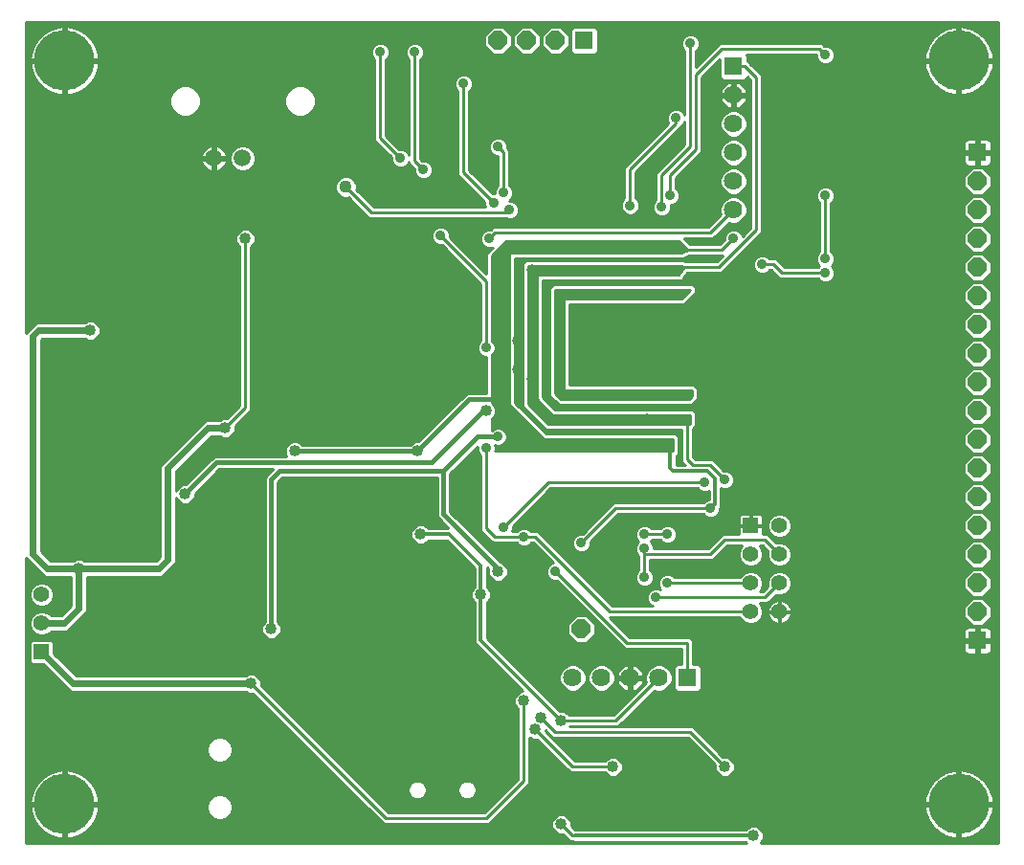
<source format=gbl>
G75*
G70*
%OFA0B0*%
%FSLAX24Y24*%
%IPPOS*%
%LPD*%
%AMOC8*
5,1,8,0,0,1.08239X$1,22.5*
%
%ADD10R,0.0640X0.0640*%
%ADD11C,0.0640*%
%ADD12OC8,0.0640*%
%ADD13C,0.2100*%
%ADD14R,0.0555X0.0555*%
%ADD15C,0.0555*%
%ADD16C,0.0594*%
%ADD17C,0.0350*%
%ADD18C,0.0100*%
%ADD19C,0.0400*%
%ADD20C,0.0120*%
%ADD21C,0.0160*%
%ADD22C,0.0240*%
%ADD23C,0.0436*%
D10*
X023361Y006626D03*
X033461Y007926D03*
X033461Y024926D03*
X024961Y027926D03*
X019761Y028826D03*
D11*
X024961Y026926D03*
X024961Y025926D03*
X024961Y024926D03*
X024961Y023926D03*
X024961Y022926D03*
X022361Y006626D03*
X021361Y006626D03*
X020361Y006626D03*
X019361Y006626D03*
D12*
X019661Y008326D03*
X033461Y008926D03*
X033461Y009926D03*
X033461Y010926D03*
X033461Y011926D03*
X033461Y012926D03*
X033461Y013926D03*
X033461Y014926D03*
X033461Y015926D03*
X033461Y016926D03*
X033461Y017926D03*
X033461Y018926D03*
X033461Y019926D03*
X033461Y020926D03*
X033461Y021926D03*
X033461Y022926D03*
X033461Y023926D03*
X018761Y028826D03*
X017761Y028826D03*
X016761Y028826D03*
D13*
X001661Y028126D03*
X032811Y028126D03*
X032811Y002226D03*
X001661Y002226D03*
D14*
X000861Y007526D03*
X025561Y011926D03*
D15*
X026561Y011926D03*
X026561Y010926D03*
X025561Y010926D03*
X025561Y009926D03*
X026561Y009926D03*
X026561Y008926D03*
X025561Y008926D03*
X000861Y008526D03*
X000861Y009526D03*
D16*
X006861Y024726D03*
X007861Y024726D03*
D17*
X012661Y028426D03*
X013861Y028426D03*
X015561Y027326D03*
X016761Y025126D03*
X015261Y023951D03*
X014161Y024326D03*
X013361Y024726D03*
X013561Y023151D03*
X014761Y022026D03*
X015861Y022451D03*
X016461Y021926D03*
X017261Y021626D03*
X017161Y022926D03*
X016611Y023176D03*
X016961Y023526D03*
X021361Y023076D03*
X022461Y023026D03*
X022761Y023426D03*
X024961Y021926D03*
X025961Y021026D03*
X025861Y020176D03*
X028161Y020726D03*
X028161Y021226D03*
X029461Y021826D03*
X028161Y023426D03*
X023011Y020826D03*
X016361Y018126D03*
X016761Y015026D03*
X016361Y014626D03*
X017661Y014926D03*
X016961Y011876D03*
X017661Y011526D03*
X018761Y010326D03*
X019661Y011326D03*
X021861Y011126D03*
X021861Y011626D03*
X022661Y011626D03*
X024161Y012526D03*
X023961Y013426D03*
X024661Y013526D03*
X026961Y015426D03*
X026961Y015926D03*
X022661Y009926D03*
X021861Y010126D03*
X022261Y009426D03*
X007061Y010826D03*
X022961Y026126D03*
X023461Y028726D03*
X028161Y028326D03*
D18*
X000311Y010824D02*
X000311Y000876D01*
X025416Y000876D01*
X025376Y000916D01*
X019374Y000916D01*
X019364Y000926D01*
X019278Y000926D01*
X019028Y001176D01*
X018892Y001176D01*
X018763Y001229D01*
X018665Y001327D01*
X018611Y001456D01*
X018611Y001595D01*
X018665Y001724D01*
X018763Y001822D01*
X018892Y001876D01*
X019031Y001876D01*
X019159Y001822D01*
X019258Y001724D01*
X019311Y001595D01*
X019311Y001459D01*
X019434Y001336D01*
X025376Y001336D01*
X025463Y001422D01*
X025592Y001476D01*
X025731Y001476D01*
X025859Y001422D01*
X025958Y001324D01*
X026011Y001195D01*
X026011Y001056D01*
X025958Y000927D01*
X025906Y000876D01*
X034181Y000876D01*
X034181Y029472D01*
X000311Y029472D01*
X000311Y018627D01*
X000332Y018679D01*
X000408Y018755D01*
X000608Y018955D01*
X000708Y018996D01*
X000815Y018996D01*
X002336Y018996D01*
X002363Y019022D01*
X002492Y019076D01*
X002631Y019076D01*
X002759Y019022D01*
X002858Y018924D01*
X002911Y018795D01*
X002911Y018656D01*
X002858Y018527D01*
X002759Y018429D01*
X002631Y018376D01*
X002492Y018376D01*
X002363Y018429D01*
X002336Y018456D01*
X000873Y018456D01*
X000831Y018414D01*
X000831Y011037D01*
X001173Y010696D01*
X001936Y010696D01*
X001963Y010722D01*
X002092Y010776D01*
X002231Y010776D01*
X002359Y010722D01*
X002386Y010696D01*
X004849Y010696D01*
X004991Y010837D01*
X004991Y013979D01*
X005032Y014079D01*
X005108Y014155D01*
X006508Y015555D01*
X006608Y015596D01*
X006715Y015596D01*
X007036Y015596D01*
X007063Y015622D01*
X007192Y015676D01*
X007328Y015676D01*
X007761Y016109D01*
X007761Y021631D01*
X007665Y021727D01*
X007611Y021856D01*
X007611Y021995D01*
X007665Y022124D01*
X007763Y022222D01*
X007892Y022276D01*
X008031Y022276D01*
X008159Y022222D01*
X008258Y022124D01*
X008311Y021995D01*
X008311Y021856D01*
X008258Y021727D01*
X008161Y021631D01*
X008161Y016109D01*
X008161Y015943D01*
X007611Y015393D01*
X007611Y015256D01*
X007558Y015127D01*
X007459Y015029D01*
X007331Y014976D01*
X007192Y014976D01*
X007063Y015029D01*
X007036Y015056D01*
X006773Y015056D01*
X005531Y013814D01*
X005531Y013143D01*
X005565Y013224D01*
X005663Y013322D01*
X005792Y013376D01*
X005886Y013376D01*
X006866Y014356D01*
X007056Y014356D01*
X009379Y014356D01*
X009337Y014456D01*
X009337Y014595D01*
X009391Y014724D01*
X009489Y014822D01*
X009618Y014876D01*
X009757Y014876D01*
X009885Y014822D01*
X009952Y014756D01*
X013696Y014756D01*
X013763Y014822D01*
X013892Y014876D01*
X013986Y014876D01*
X015666Y016556D01*
X015856Y016556D01*
X016361Y016556D01*
X016361Y017801D01*
X016297Y017801D01*
X016177Y017850D01*
X016086Y017942D01*
X016036Y018061D01*
X016036Y018190D01*
X016086Y018310D01*
X016161Y018385D01*
X016161Y020343D01*
X014803Y021701D01*
X014697Y021701D01*
X014577Y021750D01*
X014486Y021842D01*
X014436Y021961D01*
X014436Y022090D01*
X014486Y022210D01*
X014577Y022301D01*
X014697Y022351D01*
X014826Y022351D01*
X014945Y022301D01*
X015037Y022210D01*
X015086Y022090D01*
X015086Y021984D01*
X016361Y020708D01*
X016361Y021243D01*
X016361Y021409D01*
X016573Y021620D01*
X016526Y021601D01*
X016397Y021601D01*
X016277Y021650D01*
X016186Y021742D01*
X016136Y021861D01*
X016136Y021990D01*
X016186Y022110D01*
X016277Y022201D01*
X016397Y022251D01*
X016503Y022251D01*
X016578Y022326D01*
X024078Y022326D01*
X024519Y022766D01*
X024491Y022832D01*
X024491Y023019D01*
X024563Y023192D01*
X024695Y023324D01*
X024868Y023396D01*
X025055Y023396D01*
X025227Y023324D01*
X025360Y023192D01*
X025431Y023019D01*
X025431Y022832D01*
X025360Y022659D01*
X025227Y022527D01*
X025055Y022456D01*
X024868Y022456D01*
X024802Y022483D01*
X024244Y021926D01*
X024078Y021926D01*
X023244Y021926D01*
X023444Y021726D01*
X024478Y021726D01*
X024636Y021884D01*
X024636Y021990D01*
X024686Y022110D01*
X024777Y022201D01*
X024897Y022251D01*
X025026Y022251D01*
X025145Y022201D01*
X025237Y022110D01*
X025274Y022021D01*
X025561Y022309D01*
X025561Y027443D01*
X025431Y027573D01*
X025431Y027544D01*
X025343Y027456D01*
X024579Y027456D01*
X024491Y027544D01*
X024491Y028173D01*
X023861Y027543D01*
X023861Y024943D01*
X023744Y024826D01*
X023744Y024826D01*
X022961Y024043D01*
X022961Y023685D01*
X023037Y023610D01*
X023086Y023490D01*
X023086Y023361D01*
X023037Y023242D01*
X022945Y023150D01*
X022826Y023101D01*
X022782Y023101D01*
X022786Y023090D01*
X022786Y022961D01*
X022737Y022842D01*
X022645Y022750D01*
X022526Y022701D01*
X024454Y022701D01*
X024505Y022799D02*
X022695Y022799D01*
X022760Y022898D02*
X024491Y022898D01*
X024491Y022996D02*
X022786Y022996D01*
X022784Y023095D02*
X024523Y023095D01*
X024564Y023194D02*
X022989Y023194D01*
X023058Y023292D02*
X024663Y023292D01*
X024856Y023391D02*
X023086Y023391D01*
X023086Y023489D02*
X024787Y023489D01*
X024868Y023456D02*
X025055Y023456D01*
X025227Y023527D01*
X025360Y023659D01*
X025431Y023832D01*
X025431Y024019D01*
X025360Y024192D01*
X025227Y024324D01*
X025055Y024396D01*
X024868Y024396D01*
X024695Y024324D01*
X024563Y024192D01*
X024491Y024019D01*
X024491Y023832D01*
X024563Y023659D01*
X024695Y023527D01*
X024868Y023456D01*
X025067Y023391D02*
X025561Y023391D01*
X025561Y023489D02*
X025136Y023489D01*
X025288Y023588D02*
X025561Y023588D01*
X025561Y023686D02*
X025371Y023686D01*
X025412Y023785D02*
X025561Y023785D01*
X025561Y023883D02*
X025431Y023883D01*
X025431Y023982D02*
X025561Y023982D01*
X025561Y024080D02*
X025406Y024080D01*
X025365Y024179D02*
X025561Y024179D01*
X025561Y024278D02*
X025274Y024278D01*
X025102Y024376D02*
X025561Y024376D01*
X025561Y024475D02*
X025100Y024475D01*
X025055Y024456D02*
X025227Y024527D01*
X025360Y024659D01*
X025431Y024832D01*
X025431Y025019D01*
X025360Y025192D01*
X025227Y025324D01*
X025055Y025396D01*
X024868Y025396D01*
X024695Y025324D01*
X024563Y025192D01*
X024491Y025019D01*
X024491Y024832D01*
X024563Y024659D01*
X024695Y024527D01*
X024868Y024456D01*
X025055Y024456D01*
X024822Y024475D02*
X023393Y024475D01*
X023492Y024573D02*
X024649Y024573D01*
X024558Y024672D02*
X023590Y024672D01*
X023689Y024770D02*
X024517Y024770D01*
X024491Y024869D02*
X023787Y024869D01*
X023861Y024967D02*
X024491Y024967D01*
X024511Y025066D02*
X023861Y025066D01*
X023861Y025164D02*
X024551Y025164D01*
X024634Y025263D02*
X023861Y025263D01*
X023861Y025361D02*
X024785Y025361D01*
X024857Y025460D02*
X023861Y025460D01*
X023861Y025559D02*
X024664Y025559D01*
X024695Y025527D02*
X024868Y025456D01*
X025055Y025456D01*
X025227Y025527D01*
X025360Y025659D01*
X025431Y025832D01*
X025431Y026019D01*
X025360Y026192D01*
X025227Y026324D01*
X025055Y026396D01*
X024868Y026396D01*
X024695Y026324D01*
X024563Y026192D01*
X024491Y026019D01*
X024491Y025832D01*
X024563Y025659D01*
X024695Y025527D01*
X024565Y025657D02*
X023861Y025657D01*
X023861Y025756D02*
X024523Y025756D01*
X024491Y025854D02*
X023861Y025854D01*
X023861Y025953D02*
X024491Y025953D01*
X024505Y026051D02*
X023861Y026051D01*
X023861Y026150D02*
X024545Y026150D01*
X024619Y026248D02*
X023861Y026248D01*
X023861Y026347D02*
X024750Y026347D01*
X024781Y026490D02*
X024715Y026524D01*
X024655Y026567D01*
X024603Y026619D01*
X024559Y026679D01*
X024526Y026745D01*
X024503Y026816D01*
X024493Y026876D01*
X024911Y026876D01*
X024911Y026976D01*
X024911Y027394D01*
X024851Y027384D01*
X024781Y027361D01*
X024715Y027328D01*
X024655Y027284D01*
X024603Y027232D01*
X024559Y027172D01*
X024526Y027106D01*
X024503Y027036D01*
X024493Y026976D01*
X024911Y026976D01*
X025011Y026976D01*
X025011Y027394D01*
X025071Y027384D01*
X025142Y027361D01*
X025208Y027328D01*
X025267Y027284D01*
X025320Y027232D01*
X025363Y027172D01*
X025397Y027106D01*
X025420Y027036D01*
X025429Y026976D01*
X025011Y026976D01*
X025011Y026876D01*
X025429Y026876D01*
X025420Y026816D01*
X025397Y026745D01*
X025363Y026679D01*
X025320Y026619D01*
X025267Y026567D01*
X025208Y026524D01*
X025142Y026490D01*
X025071Y026467D01*
X025011Y026458D01*
X025011Y026875D01*
X024911Y026875D01*
X024911Y026458D01*
X024851Y026467D01*
X024781Y026490D01*
X024687Y026544D02*
X023861Y026544D01*
X023861Y026643D02*
X024586Y026643D01*
X024528Y026741D02*
X023861Y026741D01*
X023861Y026840D02*
X024499Y026840D01*
X024503Y027037D02*
X023861Y027037D01*
X023861Y027135D02*
X024541Y027135D01*
X024605Y027234D02*
X023861Y027234D01*
X023861Y027332D02*
X024724Y027332D01*
X024911Y027332D02*
X025011Y027332D01*
X025011Y027234D02*
X024911Y027234D01*
X024911Y027135D02*
X025011Y027135D01*
X025011Y027037D02*
X024911Y027037D01*
X024911Y026938D02*
X023861Y026938D01*
X023861Y026445D02*
X025561Y026445D01*
X025561Y026347D02*
X025172Y026347D01*
X025303Y026248D02*
X025561Y026248D01*
X025561Y026150D02*
X025377Y026150D01*
X025418Y026051D02*
X025561Y026051D01*
X025561Y025953D02*
X025431Y025953D01*
X025431Y025854D02*
X025561Y025854D01*
X025561Y025756D02*
X025400Y025756D01*
X025357Y025657D02*
X025561Y025657D01*
X025561Y025559D02*
X025259Y025559D01*
X025065Y025460D02*
X025561Y025460D01*
X025561Y025361D02*
X025137Y025361D01*
X025289Y025263D02*
X025561Y025263D01*
X025561Y025164D02*
X025371Y025164D01*
X025412Y025066D02*
X025561Y025066D01*
X025561Y024967D02*
X025431Y024967D01*
X025431Y024869D02*
X025561Y024869D01*
X025561Y024770D02*
X025406Y024770D01*
X025365Y024672D02*
X025561Y024672D01*
X025561Y024573D02*
X025273Y024573D01*
X024821Y024376D02*
X023294Y024376D01*
X023196Y024278D02*
X024648Y024278D01*
X024557Y024179D02*
X023097Y024179D01*
X022999Y024080D02*
X024517Y024080D01*
X024491Y023982D02*
X022961Y023982D01*
X022961Y023883D02*
X024491Y023883D01*
X024511Y023785D02*
X022961Y023785D01*
X022961Y023686D02*
X024552Y023686D01*
X024634Y023588D02*
X023046Y023588D01*
X022761Y023426D02*
X022761Y024126D01*
X023661Y025026D01*
X023661Y027626D01*
X024561Y028526D01*
X027961Y028526D01*
X028161Y028326D01*
X027836Y028326D02*
X027836Y028261D01*
X027886Y028142D01*
X027977Y028050D01*
X028097Y028001D01*
X028226Y028001D01*
X028345Y028050D01*
X028437Y028142D01*
X028486Y028261D01*
X028486Y028390D01*
X028437Y028510D01*
X028345Y028601D01*
X028226Y028651D01*
X028119Y028651D01*
X028044Y028726D01*
X027878Y028726D01*
X024478Y028726D01*
X024361Y028609D01*
X023661Y027908D01*
X023661Y028466D01*
X023737Y028542D01*
X023786Y028661D01*
X023786Y028790D01*
X023737Y028910D01*
X023645Y029001D01*
X023526Y029051D01*
X023397Y029051D01*
X023277Y029001D01*
X023186Y028910D01*
X023136Y028790D01*
X023136Y028661D01*
X023186Y028542D01*
X023261Y028466D01*
X023261Y026250D01*
X023237Y026310D01*
X023145Y026401D01*
X023026Y026451D01*
X022897Y026451D01*
X022777Y026401D01*
X022686Y026310D01*
X022636Y026190D01*
X022636Y026061D01*
X022686Y025942D01*
X022690Y025937D01*
X021161Y024409D01*
X021161Y024243D01*
X021161Y023335D01*
X021086Y023260D01*
X021036Y023140D01*
X021036Y023011D01*
X021086Y022892D01*
X021177Y022800D01*
X021297Y022751D01*
X021426Y022751D01*
X021545Y022800D01*
X021637Y022892D01*
X021686Y023011D01*
X021686Y023140D01*
X021637Y023260D01*
X021561Y023335D01*
X021561Y024243D01*
X023161Y025843D01*
X023161Y025866D01*
X023237Y025942D01*
X023261Y026001D01*
X023261Y025209D01*
X022261Y024209D01*
X022261Y024043D01*
X022261Y023285D01*
X022186Y023210D01*
X022136Y023090D01*
X022136Y022961D01*
X022186Y022842D01*
X022277Y022750D01*
X022397Y022701D01*
X022526Y022701D01*
X022396Y022701D02*
X017396Y022701D01*
X017437Y022742D02*
X017345Y022650D01*
X017226Y022601D01*
X017097Y022601D01*
X017036Y022626D01*
X012278Y022626D01*
X012161Y022743D01*
X012161Y022743D01*
X011543Y023361D01*
X011534Y023358D01*
X011388Y023358D01*
X011253Y023414D01*
X011149Y023517D01*
X011093Y023652D01*
X011093Y023799D01*
X011149Y023934D01*
X011253Y024038D01*
X011388Y024094D01*
X011534Y024094D01*
X011670Y024038D01*
X011773Y023934D01*
X011829Y023799D01*
X011829Y023652D01*
X011826Y023644D01*
X012444Y023026D01*
X016322Y023026D01*
X016286Y023111D01*
X016286Y023218D01*
X015361Y024143D01*
X015361Y024309D01*
X015361Y027066D01*
X015286Y027142D01*
X015236Y027261D01*
X015236Y027390D01*
X015286Y027510D01*
X015377Y027601D01*
X015497Y027651D01*
X015626Y027651D01*
X015745Y027601D01*
X015837Y027510D01*
X015886Y027390D01*
X015886Y027261D01*
X015837Y027142D01*
X015761Y027066D01*
X015761Y024309D01*
X016569Y023501D01*
X016636Y023501D01*
X016636Y023590D01*
X016686Y023710D01*
X016761Y023785D01*
X016285Y023785D01*
X016186Y023883D02*
X016761Y023883D01*
X016761Y023785D02*
X016761Y024801D01*
X016697Y024801D01*
X016577Y024850D01*
X016486Y024942D01*
X016436Y025061D01*
X016436Y025190D01*
X016486Y025310D01*
X016577Y025401D01*
X016697Y025451D01*
X016826Y025451D01*
X016945Y025401D01*
X017037Y025310D01*
X017086Y025190D01*
X017086Y025084D01*
X017161Y025009D01*
X017161Y024843D01*
X017161Y023785D01*
X017237Y023710D01*
X017286Y023590D01*
X017286Y023461D01*
X017237Y023342D01*
X017146Y023251D01*
X017226Y023251D01*
X017345Y023201D01*
X017437Y023110D01*
X017486Y022990D01*
X017486Y022861D01*
X017437Y022742D01*
X017461Y022799D02*
X021179Y022799D01*
X021083Y022898D02*
X017486Y022898D01*
X017484Y022996D02*
X021042Y022996D01*
X021036Y023095D02*
X017443Y023095D01*
X017353Y023194D02*
X021058Y023194D01*
X021118Y023292D02*
X017187Y023292D01*
X017257Y023391D02*
X021161Y023391D01*
X021161Y023489D02*
X017286Y023489D01*
X017286Y023588D02*
X021161Y023588D01*
X021161Y023686D02*
X017246Y023686D01*
X017162Y023785D02*
X021161Y023785D01*
X021161Y023883D02*
X017161Y023883D01*
X017161Y023982D02*
X021161Y023982D01*
X021161Y024080D02*
X017161Y024080D01*
X017161Y024179D02*
X021161Y024179D01*
X021161Y024278D02*
X017161Y024278D01*
X017161Y024376D02*
X021161Y024376D01*
X021227Y024475D02*
X017161Y024475D01*
X017161Y024573D02*
X021326Y024573D01*
X021424Y024672D02*
X017161Y024672D01*
X017161Y024770D02*
X021523Y024770D01*
X021622Y024869D02*
X017161Y024869D01*
X017161Y024967D02*
X021720Y024967D01*
X021819Y025066D02*
X017104Y025066D01*
X017086Y025164D02*
X021917Y025164D01*
X022016Y025263D02*
X017056Y025263D01*
X016985Y025361D02*
X022114Y025361D01*
X022213Y025460D02*
X015761Y025460D01*
X015761Y025361D02*
X016537Y025361D01*
X016466Y025263D02*
X015761Y025263D01*
X015761Y025164D02*
X016436Y025164D01*
X016436Y025066D02*
X015761Y025066D01*
X015761Y024967D02*
X016475Y024967D01*
X016559Y024869D02*
X015761Y024869D01*
X015761Y024770D02*
X016761Y024770D01*
X016761Y024672D02*
X015761Y024672D01*
X015761Y024573D02*
X016761Y024573D01*
X016761Y024475D02*
X015761Y024475D01*
X015761Y024376D02*
X016761Y024376D01*
X016761Y024278D02*
X015792Y024278D01*
X015891Y024179D02*
X016761Y024179D01*
X016761Y024080D02*
X015989Y024080D01*
X016088Y023982D02*
X016761Y023982D01*
X016676Y023686D02*
X016383Y023686D01*
X016482Y023588D02*
X016636Y023588D01*
X016961Y023526D02*
X016961Y024926D01*
X016761Y025126D01*
X015761Y025559D02*
X022311Y025559D01*
X022410Y025657D02*
X015761Y025657D01*
X015761Y025756D02*
X022508Y025756D01*
X022607Y025854D02*
X015761Y025854D01*
X015761Y025953D02*
X022681Y025953D01*
X022640Y026051D02*
X015761Y026051D01*
X015761Y026150D02*
X022636Y026150D01*
X022660Y026248D02*
X015761Y026248D01*
X015761Y026347D02*
X022723Y026347D01*
X022884Y026445D02*
X015761Y026445D01*
X015761Y026544D02*
X023261Y026544D01*
X023261Y026643D02*
X015761Y026643D01*
X015761Y026741D02*
X023261Y026741D01*
X023261Y026840D02*
X015761Y026840D01*
X015761Y026938D02*
X023261Y026938D01*
X023261Y027037D02*
X015761Y027037D01*
X015830Y027135D02*
X023261Y027135D01*
X023261Y027234D02*
X015875Y027234D01*
X015886Y027332D02*
X023261Y027332D01*
X023261Y027431D02*
X015869Y027431D01*
X015817Y027529D02*
X023261Y027529D01*
X023261Y027628D02*
X015681Y027628D01*
X015442Y027628D02*
X014061Y027628D01*
X014061Y027727D02*
X023261Y027727D01*
X023261Y027825D02*
X014061Y027825D01*
X014061Y027924D02*
X023261Y027924D01*
X023261Y028022D02*
X014061Y028022D01*
X014061Y028121D02*
X023261Y028121D01*
X023261Y028219D02*
X014114Y028219D01*
X014137Y028242D02*
X014186Y028361D01*
X014186Y028490D01*
X014137Y028610D01*
X014045Y028701D01*
X013926Y028751D01*
X013797Y028751D01*
X013677Y028701D01*
X013586Y028610D01*
X013536Y028490D01*
X013536Y028361D01*
X013586Y028242D01*
X013661Y028166D01*
X013661Y024851D01*
X013637Y024910D01*
X013545Y025001D01*
X013426Y025051D01*
X013319Y025051D01*
X012861Y025509D01*
X012861Y028166D01*
X012937Y028242D01*
X012986Y028361D01*
X012986Y028490D01*
X012937Y028610D01*
X012845Y028701D01*
X012726Y028751D01*
X012597Y028751D01*
X012477Y028701D01*
X012386Y028610D01*
X012336Y028490D01*
X012336Y028361D01*
X012386Y028242D01*
X012461Y028166D01*
X012461Y025509D01*
X012461Y025343D01*
X013036Y024768D01*
X013036Y024661D01*
X013086Y024542D01*
X013177Y024450D01*
X013297Y024401D01*
X013426Y024401D01*
X013545Y024450D01*
X013637Y024542D01*
X013661Y024601D01*
X013661Y024543D01*
X013836Y024368D01*
X013836Y024261D01*
X013886Y024142D01*
X013977Y024050D01*
X014097Y024001D01*
X014226Y024001D01*
X014345Y024050D01*
X014437Y024142D01*
X014486Y024261D01*
X014486Y024390D01*
X014437Y024510D01*
X014345Y024601D01*
X014226Y024651D01*
X014119Y024651D01*
X014061Y024709D01*
X014061Y028166D01*
X014137Y028242D01*
X014168Y028318D02*
X023261Y028318D01*
X023261Y028416D02*
X020204Y028416D01*
X020231Y028444D02*
X020231Y029208D01*
X020143Y029296D01*
X019379Y029296D01*
X019291Y029208D01*
X019291Y028444D01*
X019379Y028356D01*
X020143Y028356D01*
X020231Y028444D01*
X020231Y028515D02*
X023212Y028515D01*
X023156Y028613D02*
X020231Y028613D01*
X020231Y028712D02*
X023136Y028712D01*
X023145Y028811D02*
X020231Y028811D01*
X020231Y028909D02*
X023185Y028909D01*
X023293Y029008D02*
X020231Y029008D01*
X020231Y029106D02*
X032116Y029106D01*
X032010Y029022D01*
X031915Y028927D01*
X031831Y028821D01*
X031759Y028707D01*
X031701Y028586D01*
X031656Y028458D01*
X031626Y028327D01*
X031611Y028193D01*
X031611Y028176D01*
X032761Y028176D01*
X032761Y029326D01*
X032744Y029326D01*
X032610Y029311D01*
X032479Y029281D01*
X032351Y029236D01*
X032230Y029178D01*
X032116Y029106D01*
X031996Y029008D02*
X023630Y029008D01*
X023737Y028909D02*
X031901Y028909D01*
X031824Y028811D02*
X023778Y028811D01*
X023786Y028712D02*
X024465Y028712D01*
X024366Y028613D02*
X023766Y028613D01*
X023710Y028515D02*
X024268Y028515D01*
X024169Y028416D02*
X023661Y028416D01*
X023661Y028318D02*
X024071Y028318D01*
X023972Y028219D02*
X023661Y028219D01*
X023661Y028121D02*
X023874Y028121D01*
X023775Y028022D02*
X023661Y028022D01*
X023661Y027924D02*
X023676Y027924D01*
X023946Y027628D02*
X024491Y027628D01*
X024491Y027727D02*
X024045Y027727D01*
X024143Y027825D02*
X024491Y027825D01*
X024491Y027924D02*
X024242Y027924D01*
X024341Y028022D02*
X024491Y028022D01*
X024491Y028121D02*
X024439Y028121D01*
X024961Y027926D02*
X025361Y027926D01*
X025761Y027526D01*
X025761Y022226D01*
X024461Y020926D01*
X023161Y020926D01*
X023161Y020976D02*
X017811Y020976D01*
X017811Y016176D01*
X018511Y015476D01*
X023461Y015476D01*
X023461Y015776D01*
X018661Y015776D01*
X018111Y016326D01*
X018111Y020676D01*
X023061Y020676D01*
X023261Y020926D01*
X023161Y020976D01*
X023259Y020927D02*
X017811Y020927D01*
X017811Y020829D02*
X023184Y020829D01*
X023105Y020730D02*
X017811Y020730D01*
X017811Y020631D02*
X018111Y020631D01*
X018111Y020533D02*
X017811Y020533D01*
X017811Y020434D02*
X018111Y020434D01*
X018111Y020336D02*
X017811Y020336D01*
X017811Y020237D02*
X018111Y020237D01*
X018111Y020139D02*
X017811Y020139D01*
X017811Y020040D02*
X018111Y020040D01*
X018111Y019942D02*
X017811Y019942D01*
X017811Y019843D02*
X018111Y019843D01*
X018111Y019745D02*
X017811Y019745D01*
X017811Y019646D02*
X018111Y019646D01*
X018111Y019547D02*
X017811Y019547D01*
X017811Y019449D02*
X018111Y019449D01*
X018111Y019350D02*
X017811Y019350D01*
X017811Y019252D02*
X018111Y019252D01*
X018111Y019153D02*
X017811Y019153D01*
X017811Y019055D02*
X018111Y019055D01*
X018111Y018956D02*
X017811Y018956D01*
X017811Y018858D02*
X018111Y018858D01*
X018111Y018759D02*
X017811Y018759D01*
X017811Y018661D02*
X018111Y018661D01*
X018111Y018562D02*
X017811Y018562D01*
X017811Y018463D02*
X018111Y018463D01*
X018111Y018365D02*
X017811Y018365D01*
X017811Y018266D02*
X018111Y018266D01*
X018111Y018168D02*
X017811Y018168D01*
X017811Y018069D02*
X018111Y018069D01*
X018111Y017971D02*
X017811Y017971D01*
X017811Y017872D02*
X018111Y017872D01*
X018111Y017774D02*
X017811Y017774D01*
X017811Y017675D02*
X018111Y017675D01*
X018111Y017577D02*
X017811Y017577D01*
X017811Y017478D02*
X018111Y017478D01*
X018111Y017379D02*
X017811Y017379D01*
X017811Y017281D02*
X018111Y017281D01*
X018111Y017182D02*
X017811Y017182D01*
X017811Y017084D02*
X018111Y017084D01*
X018111Y016985D02*
X017811Y016985D01*
X017811Y016887D02*
X018111Y016887D01*
X018111Y016788D02*
X017811Y016788D01*
X017811Y016690D02*
X018111Y016690D01*
X018111Y016591D02*
X017811Y016591D01*
X017811Y016493D02*
X018111Y016493D01*
X018111Y016394D02*
X017811Y016394D01*
X017811Y016296D02*
X018141Y016296D01*
X018240Y016197D02*
X017811Y016197D01*
X017889Y016098D02*
X018339Y016098D01*
X018437Y016000D02*
X017987Y016000D01*
X018086Y015901D02*
X018536Y015901D01*
X018634Y015803D02*
X018184Y015803D01*
X018283Y015704D02*
X023461Y015704D01*
X023461Y015606D02*
X018381Y015606D01*
X018480Y015507D02*
X023461Y015507D01*
X023361Y015626D02*
X023361Y014226D01*
X023561Y014026D01*
X024161Y014026D01*
X024661Y013526D01*
X024771Y013832D02*
X032991Y013832D01*
X032991Y013930D02*
X024539Y013930D01*
X024619Y013851D02*
X024244Y014226D01*
X024078Y014226D01*
X023644Y014226D01*
X023561Y014309D01*
X023561Y015293D01*
X023661Y015393D01*
X023661Y015559D01*
X023661Y015859D01*
X023544Y015976D01*
X023378Y015976D01*
X022031Y015976D01*
X021892Y015976D01*
X018744Y015976D01*
X018311Y016409D01*
X018311Y016956D01*
X018311Y017095D01*
X018311Y020476D01*
X022991Y020476D01*
X023001Y020468D01*
X023072Y020476D01*
X023144Y020476D01*
X023153Y020485D01*
X023166Y020486D01*
X023211Y020542D01*
X023261Y020593D01*
X023261Y020605D01*
X023357Y020726D01*
X024378Y020726D01*
X024544Y020726D01*
X025844Y022026D01*
X025961Y022143D01*
X025961Y027609D01*
X025844Y027726D01*
X025561Y028009D01*
X025444Y028126D01*
X025431Y028126D01*
X025431Y028308D01*
X025413Y028326D01*
X027836Y028326D01*
X027836Y028318D02*
X025421Y028318D01*
X025431Y028219D02*
X027854Y028219D01*
X027907Y028121D02*
X025449Y028121D01*
X025548Y028022D02*
X028045Y028022D01*
X028278Y028022D02*
X031615Y028022D01*
X031611Y028058D02*
X031626Y027924D01*
X031656Y027793D01*
X031701Y027666D01*
X031759Y027544D01*
X031831Y027430D01*
X031915Y027325D01*
X032010Y027229D01*
X032116Y027145D01*
X032230Y027074D01*
X032351Y027015D01*
X032479Y026971D01*
X032610Y026941D01*
X032744Y026926D01*
X032761Y026926D01*
X032761Y028075D01*
X032861Y028075D01*
X032861Y026926D01*
X032879Y026926D01*
X033013Y026941D01*
X033144Y026971D01*
X033271Y027015D01*
X033393Y027074D01*
X033507Y027145D01*
X033612Y027229D01*
X033707Y027325D01*
X033791Y027430D01*
X033863Y027544D01*
X033922Y027666D01*
X033966Y027793D01*
X033996Y027924D01*
X034011Y028058D01*
X034011Y028076D01*
X032861Y028076D01*
X032861Y028176D01*
X032761Y028176D01*
X032761Y028076D01*
X031611Y028076D01*
X031611Y028058D01*
X031626Y027924D02*
X025646Y027924D01*
X025745Y027825D02*
X031649Y027825D01*
X031680Y027727D02*
X025843Y027727D01*
X025942Y027628D02*
X031719Y027628D01*
X031769Y027529D02*
X025961Y027529D01*
X025961Y027431D02*
X031831Y027431D01*
X031909Y027332D02*
X025961Y027332D01*
X025961Y027234D02*
X032006Y027234D01*
X032132Y027135D02*
X025961Y027135D01*
X025961Y027037D02*
X032307Y027037D01*
X032633Y026938D02*
X025961Y026938D01*
X025961Y026840D02*
X034181Y026840D01*
X034181Y026938D02*
X032990Y026938D01*
X032861Y026938D02*
X032761Y026938D01*
X032761Y027037D02*
X032861Y027037D01*
X032861Y027135D02*
X032761Y027135D01*
X032761Y027234D02*
X032861Y027234D01*
X032861Y027332D02*
X032761Y027332D01*
X032761Y027431D02*
X032861Y027431D01*
X032861Y027529D02*
X032761Y027529D01*
X032761Y027628D02*
X032861Y027628D01*
X032861Y027727D02*
X032761Y027727D01*
X032761Y027825D02*
X032861Y027825D01*
X032861Y027924D02*
X032761Y027924D01*
X032761Y028022D02*
X032861Y028022D01*
X032861Y028121D02*
X034181Y028121D01*
X034181Y028219D02*
X034008Y028219D01*
X034011Y028193D02*
X033996Y028327D01*
X033966Y028458D01*
X033922Y028586D01*
X033863Y028707D01*
X033791Y028821D01*
X033707Y028927D01*
X033612Y029022D01*
X033507Y029106D01*
X033393Y029178D01*
X033271Y029236D01*
X033144Y029281D01*
X033013Y029311D01*
X032879Y029326D01*
X032861Y029326D01*
X032861Y028176D01*
X034011Y028176D01*
X034011Y028193D01*
X033997Y028318D02*
X034181Y028318D01*
X034181Y028416D02*
X033976Y028416D01*
X033946Y028515D02*
X034181Y028515D01*
X034181Y028613D02*
X033908Y028613D01*
X033860Y028712D02*
X034181Y028712D01*
X034181Y028811D02*
X033798Y028811D01*
X033721Y028909D02*
X034181Y028909D01*
X034181Y029008D02*
X033626Y029008D01*
X033506Y029106D02*
X034181Y029106D01*
X034181Y029205D02*
X033336Y029205D01*
X033045Y029303D02*
X034181Y029303D01*
X034181Y029402D02*
X000311Y029402D01*
X000311Y029303D02*
X001428Y029303D01*
X001460Y029311D02*
X001329Y029281D01*
X001201Y029236D01*
X001080Y029178D01*
X000966Y029106D01*
X000860Y029022D01*
X000765Y028927D01*
X000681Y028821D01*
X000609Y028707D01*
X000551Y028586D01*
X000506Y028458D01*
X000476Y028327D01*
X000461Y028193D01*
X000461Y028176D01*
X001611Y028176D01*
X001611Y029326D01*
X001594Y029326D01*
X001460Y029311D01*
X001611Y029303D02*
X001711Y029303D01*
X001711Y029326D02*
X001729Y029326D01*
X001863Y029311D01*
X001994Y029281D01*
X002121Y029236D01*
X002243Y029178D01*
X002357Y029106D01*
X002462Y029022D01*
X002557Y028927D01*
X002641Y028821D01*
X002713Y028707D01*
X002772Y028586D01*
X002816Y028458D01*
X002846Y028327D01*
X002861Y028193D01*
X002861Y028176D01*
X001711Y028176D01*
X001611Y028176D01*
X001611Y028076D01*
X000461Y028076D01*
X000461Y028058D01*
X000476Y027924D01*
X000506Y027793D01*
X000551Y027666D01*
X000609Y027544D01*
X000681Y027430D01*
X000765Y027325D01*
X000860Y027229D01*
X000966Y027145D01*
X001080Y027074D01*
X001201Y027015D01*
X001329Y026971D01*
X001460Y026941D01*
X001594Y026926D01*
X001611Y026926D01*
X001611Y028075D01*
X001711Y028075D01*
X001711Y026926D01*
X001729Y026926D01*
X001863Y026941D01*
X001994Y026971D01*
X002121Y027015D01*
X002243Y027074D01*
X002357Y027145D01*
X002462Y027229D01*
X002557Y027325D01*
X002641Y027430D01*
X002713Y027544D01*
X002772Y027666D01*
X002816Y027793D01*
X002846Y027924D01*
X002861Y028058D01*
X002861Y028076D01*
X001711Y028076D01*
X001711Y028176D01*
X001711Y029326D01*
X001711Y029205D02*
X001611Y029205D01*
X001611Y029106D02*
X001711Y029106D01*
X001711Y029008D02*
X001611Y029008D01*
X001611Y028909D02*
X001711Y028909D01*
X001711Y028811D02*
X001611Y028811D01*
X001611Y028712D02*
X001711Y028712D01*
X001711Y028613D02*
X001611Y028613D01*
X001611Y028515D02*
X001711Y028515D01*
X001711Y028416D02*
X001611Y028416D01*
X001611Y028318D02*
X001711Y028318D01*
X001711Y028219D02*
X001611Y028219D01*
X001611Y028121D02*
X000311Y028121D01*
X000311Y028219D02*
X000464Y028219D01*
X000475Y028318D02*
X000311Y028318D01*
X000311Y028416D02*
X000497Y028416D01*
X000526Y028515D02*
X000311Y028515D01*
X000311Y028613D02*
X000564Y028613D01*
X000612Y028712D02*
X000311Y028712D01*
X000311Y028811D02*
X000674Y028811D01*
X000751Y028909D02*
X000311Y028909D01*
X000311Y029008D02*
X000846Y029008D01*
X000966Y029106D02*
X000311Y029106D01*
X000311Y029205D02*
X001136Y029205D01*
X001895Y029303D02*
X032578Y029303D01*
X032761Y029303D02*
X032861Y029303D01*
X032861Y029205D02*
X032761Y029205D01*
X032761Y029106D02*
X032861Y029106D01*
X032861Y029008D02*
X032761Y029008D01*
X032761Y028909D02*
X032861Y028909D01*
X032861Y028811D02*
X032761Y028811D01*
X032761Y028712D02*
X032861Y028712D01*
X032861Y028613D02*
X032761Y028613D01*
X032761Y028515D02*
X032861Y028515D01*
X032861Y028416D02*
X032761Y028416D01*
X032761Y028318D02*
X032861Y028318D01*
X032861Y028219D02*
X032761Y028219D01*
X032761Y028121D02*
X028416Y028121D01*
X028469Y028219D02*
X031614Y028219D01*
X031625Y028318D02*
X028486Y028318D01*
X028475Y028416D02*
X031647Y028416D01*
X031676Y028515D02*
X028432Y028515D01*
X028316Y028613D02*
X031714Y028613D01*
X031762Y028712D02*
X028058Y028712D01*
X025561Y027431D02*
X023861Y027431D01*
X023861Y027529D02*
X024505Y027529D01*
X025198Y027332D02*
X025561Y027332D01*
X025561Y027234D02*
X025318Y027234D01*
X025382Y027135D02*
X025561Y027135D01*
X025561Y027037D02*
X025419Y027037D01*
X025561Y026938D02*
X025011Y026938D01*
X025011Y026840D02*
X024911Y026840D01*
X024911Y026741D02*
X025011Y026741D01*
X025011Y026643D02*
X024911Y026643D01*
X024911Y026544D02*
X025011Y026544D01*
X025236Y026544D02*
X025561Y026544D01*
X025561Y026643D02*
X025336Y026643D01*
X025395Y026741D02*
X025561Y026741D01*
X025561Y026840D02*
X025423Y026840D01*
X025961Y026741D02*
X034181Y026741D01*
X034181Y026643D02*
X025961Y026643D01*
X025961Y026544D02*
X034181Y026544D01*
X034181Y026445D02*
X025961Y026445D01*
X025961Y026347D02*
X034181Y026347D01*
X034181Y026248D02*
X025961Y026248D01*
X025961Y026150D02*
X034181Y026150D01*
X034181Y026051D02*
X025961Y026051D01*
X025961Y025953D02*
X034181Y025953D01*
X034181Y025854D02*
X025961Y025854D01*
X025961Y025756D02*
X034181Y025756D01*
X034181Y025657D02*
X025961Y025657D01*
X025961Y025559D02*
X034181Y025559D01*
X034181Y025460D02*
X025961Y025460D01*
X025961Y025361D02*
X033045Y025361D01*
X033049Y025366D02*
X033021Y025338D01*
X033001Y025304D01*
X032991Y025265D01*
X032991Y024976D01*
X033411Y024976D01*
X033411Y025396D01*
X033121Y025396D01*
X033083Y025385D01*
X033049Y025366D01*
X032991Y025263D02*
X025961Y025263D01*
X025961Y025164D02*
X032991Y025164D01*
X032991Y025066D02*
X025961Y025066D01*
X025961Y024967D02*
X033411Y024967D01*
X033411Y024976D02*
X033411Y024876D01*
X032991Y024876D01*
X032991Y024586D01*
X033001Y024548D01*
X033021Y024514D01*
X033049Y024486D01*
X033083Y024466D01*
X033121Y024456D01*
X033411Y024456D01*
X033411Y024875D01*
X033511Y024875D01*
X033511Y024456D01*
X033801Y024456D01*
X033839Y024466D01*
X033873Y024486D01*
X033901Y024514D01*
X033921Y024548D01*
X033931Y024586D01*
X033931Y024876D01*
X033511Y024876D01*
X033511Y024976D01*
X033411Y024976D01*
X033411Y025066D02*
X033511Y025066D01*
X033511Y024976D02*
X033511Y025396D01*
X033801Y025396D01*
X033839Y025385D01*
X033873Y025366D01*
X033901Y025338D01*
X033921Y025304D01*
X033931Y025265D01*
X033931Y024976D01*
X033511Y024976D01*
X033511Y024967D02*
X034181Y024967D01*
X034181Y024869D02*
X033931Y024869D01*
X033931Y024770D02*
X034181Y024770D01*
X034181Y024672D02*
X033931Y024672D01*
X033928Y024573D02*
X034181Y024573D01*
X034181Y024475D02*
X033854Y024475D01*
X033675Y024376D02*
X034181Y024376D01*
X034181Y024278D02*
X033774Y024278D01*
X033873Y024179D02*
X034181Y024179D01*
X034181Y024080D02*
X033931Y024080D01*
X033931Y024120D02*
X033656Y024396D01*
X033267Y024396D01*
X032991Y024120D01*
X032991Y023731D01*
X033267Y023456D01*
X033656Y023456D01*
X033931Y023731D01*
X033931Y024120D01*
X033931Y023982D02*
X034181Y023982D01*
X034181Y023883D02*
X033931Y023883D01*
X033931Y023785D02*
X034181Y023785D01*
X034181Y023686D02*
X033886Y023686D01*
X033788Y023588D02*
X034181Y023588D01*
X034181Y023489D02*
X033689Y023489D01*
X033656Y023396D02*
X033267Y023396D01*
X032991Y023120D01*
X032991Y022731D01*
X033267Y022456D01*
X033656Y022456D01*
X033931Y022731D01*
X033931Y023120D01*
X033656Y023396D01*
X033661Y023391D02*
X034181Y023391D01*
X034181Y023292D02*
X033759Y023292D01*
X033858Y023194D02*
X034181Y023194D01*
X034181Y023095D02*
X033931Y023095D01*
X033931Y022996D02*
X034181Y022996D01*
X034181Y022898D02*
X033931Y022898D01*
X033931Y022799D02*
X034181Y022799D01*
X034181Y022701D02*
X033901Y022701D01*
X033803Y022602D02*
X034181Y022602D01*
X034181Y022504D02*
X033704Y022504D01*
X033656Y022396D02*
X033267Y022396D01*
X032991Y022120D01*
X032991Y021731D01*
X033267Y021456D01*
X033656Y021456D01*
X033931Y021731D01*
X033931Y022120D01*
X033656Y022396D01*
X033745Y022307D02*
X034181Y022307D01*
X034181Y022405D02*
X028361Y022405D01*
X028361Y022307D02*
X033178Y022307D01*
X033079Y022208D02*
X028361Y022208D01*
X028361Y022110D02*
X032991Y022110D01*
X032991Y022011D02*
X028361Y022011D01*
X028361Y021912D02*
X032991Y021912D01*
X032991Y021814D02*
X028361Y021814D01*
X028361Y021715D02*
X033007Y021715D01*
X033105Y021617D02*
X028361Y021617D01*
X028361Y021518D02*
X033204Y021518D01*
X033267Y021396D02*
X032991Y021120D01*
X032991Y020731D01*
X033267Y020456D01*
X033656Y020456D01*
X033931Y020731D01*
X033931Y021120D01*
X033656Y021396D01*
X033267Y021396D01*
X033192Y021321D02*
X028473Y021321D01*
X028486Y021290D02*
X028437Y021410D01*
X028361Y021485D01*
X028361Y023166D01*
X028437Y023242D01*
X028486Y023361D01*
X028486Y023490D01*
X028437Y023610D01*
X028345Y023701D01*
X028226Y023751D01*
X028097Y023751D01*
X027977Y023701D01*
X027886Y023610D01*
X027836Y023490D01*
X027836Y023361D01*
X027886Y023242D01*
X027961Y023166D01*
X027961Y021485D01*
X027886Y021410D01*
X027836Y021290D01*
X027836Y021161D01*
X027886Y021042D01*
X027952Y020976D01*
X027902Y020926D01*
X026744Y020926D01*
X026444Y021226D01*
X026278Y021226D01*
X026221Y021226D01*
X026145Y021301D01*
X026026Y021351D01*
X025897Y021351D01*
X025777Y021301D01*
X025686Y021210D01*
X025636Y021090D01*
X025636Y020961D01*
X025686Y020842D01*
X025777Y020750D01*
X025897Y020701D01*
X026026Y020701D01*
X026145Y020750D01*
X026221Y020826D01*
X026278Y020826D01*
X026461Y020643D01*
X026578Y020526D01*
X027902Y020526D01*
X027977Y020450D01*
X028097Y020401D01*
X028226Y020401D01*
X028345Y020450D01*
X028437Y020542D01*
X028486Y020661D01*
X028486Y020790D01*
X028437Y020910D01*
X028371Y020976D01*
X028437Y021042D01*
X028486Y021161D01*
X028486Y021290D01*
X028486Y021223D02*
X033094Y021223D01*
X032995Y021124D02*
X028471Y021124D01*
X028421Y021026D02*
X032991Y021026D01*
X032991Y020927D02*
X028419Y020927D01*
X028470Y020829D02*
X032991Y020829D01*
X032992Y020730D02*
X028486Y020730D01*
X028474Y020631D02*
X033091Y020631D01*
X033189Y020533D02*
X028428Y020533D01*
X028307Y020434D02*
X034181Y020434D01*
X034181Y020336D02*
X033716Y020336D01*
X033656Y020396D02*
X033267Y020396D01*
X032991Y020120D01*
X032991Y019731D01*
X033267Y019456D01*
X033656Y019456D01*
X033931Y019731D01*
X033931Y020120D01*
X033656Y020396D01*
X033733Y020533D02*
X034181Y020533D01*
X034181Y020631D02*
X033832Y020631D01*
X033930Y020730D02*
X034181Y020730D01*
X034181Y020829D02*
X033931Y020829D01*
X033931Y020927D02*
X034181Y020927D01*
X034181Y021026D02*
X033931Y021026D01*
X033927Y021124D02*
X034181Y021124D01*
X034181Y021223D02*
X033829Y021223D01*
X033730Y021321D02*
X034181Y021321D01*
X034181Y021420D02*
X028427Y021420D01*
X028161Y021226D02*
X028161Y023426D01*
X027934Y023194D02*
X025961Y023194D01*
X025961Y023292D02*
X027865Y023292D01*
X027836Y023391D02*
X025961Y023391D01*
X025961Y023489D02*
X027836Y023489D01*
X027877Y023588D02*
X025961Y023588D01*
X025961Y023686D02*
X027962Y023686D01*
X028360Y023686D02*
X033036Y023686D01*
X032991Y023785D02*
X025961Y023785D01*
X025961Y023883D02*
X032991Y023883D01*
X032991Y023982D02*
X025961Y023982D01*
X025961Y024080D02*
X032991Y024080D01*
X033050Y024179D02*
X025961Y024179D01*
X025961Y024278D02*
X033148Y024278D01*
X033247Y024376D02*
X025961Y024376D01*
X025961Y024475D02*
X033068Y024475D01*
X032995Y024573D02*
X025961Y024573D01*
X025961Y024672D02*
X032991Y024672D01*
X032991Y024770D02*
X025961Y024770D01*
X025961Y024869D02*
X032991Y024869D01*
X033411Y024869D02*
X033511Y024869D01*
X033511Y024770D02*
X033411Y024770D01*
X033411Y024672D02*
X033511Y024672D01*
X033511Y024573D02*
X033411Y024573D01*
X033411Y024475D02*
X033511Y024475D01*
X033931Y025066D02*
X034181Y025066D01*
X034181Y025164D02*
X033931Y025164D01*
X033931Y025263D02*
X034181Y025263D01*
X034181Y025361D02*
X033878Y025361D01*
X033511Y025361D02*
X033411Y025361D01*
X033411Y025263D02*
X033511Y025263D01*
X033511Y025164D02*
X033411Y025164D01*
X033316Y027037D02*
X034181Y027037D01*
X034181Y027135D02*
X033491Y027135D01*
X033616Y027234D02*
X034181Y027234D01*
X034181Y027332D02*
X033713Y027332D01*
X033792Y027431D02*
X034181Y027431D01*
X034181Y027529D02*
X033854Y027529D01*
X033903Y027628D02*
X034181Y027628D01*
X034181Y027727D02*
X033943Y027727D01*
X033973Y027825D02*
X034181Y027825D01*
X034181Y027924D02*
X033996Y027924D01*
X034007Y028022D02*
X034181Y028022D01*
X032286Y029205D02*
X020231Y029205D01*
X019291Y029205D02*
X019047Y029205D01*
X018956Y029296D02*
X019231Y029020D01*
X019231Y028631D01*
X018956Y028356D01*
X018567Y028356D01*
X018291Y028631D01*
X018291Y029020D01*
X018567Y029296D01*
X018956Y029296D01*
X019145Y029106D02*
X019291Y029106D01*
X019291Y029008D02*
X019231Y029008D01*
X019231Y028909D02*
X019291Y028909D01*
X019291Y028811D02*
X019231Y028811D01*
X019231Y028712D02*
X019291Y028712D01*
X019291Y028613D02*
X019214Y028613D01*
X019291Y028515D02*
X019115Y028515D01*
X019017Y028416D02*
X019318Y028416D01*
X018506Y028416D02*
X018017Y028416D01*
X017956Y028356D02*
X018231Y028631D01*
X018231Y029020D01*
X017956Y029296D01*
X017567Y029296D01*
X017291Y029020D01*
X017291Y028631D01*
X017567Y028356D01*
X017956Y028356D01*
X018115Y028515D02*
X018407Y028515D01*
X018309Y028613D02*
X018214Y028613D01*
X018231Y028712D02*
X018291Y028712D01*
X018291Y028811D02*
X018231Y028811D01*
X018231Y028909D02*
X018291Y028909D01*
X018291Y029008D02*
X018231Y029008D01*
X018145Y029106D02*
X018377Y029106D01*
X018476Y029205D02*
X018047Y029205D01*
X017476Y029205D02*
X017047Y029205D01*
X016956Y029296D02*
X016567Y029296D01*
X016291Y029020D01*
X016291Y028631D01*
X016567Y028356D01*
X016956Y028356D01*
X017231Y028631D01*
X017231Y029020D01*
X016956Y029296D01*
X017145Y029106D02*
X017377Y029106D01*
X017291Y029008D02*
X017231Y029008D01*
X017231Y028909D02*
X017291Y028909D01*
X017291Y028811D02*
X017231Y028811D01*
X017231Y028712D02*
X017291Y028712D01*
X017309Y028613D02*
X017214Y028613D01*
X017115Y028515D02*
X017407Y028515D01*
X017506Y028416D02*
X017017Y028416D01*
X016506Y028416D02*
X014186Y028416D01*
X014176Y028515D02*
X016407Y028515D01*
X016309Y028613D02*
X014133Y028613D01*
X014019Y028712D02*
X016291Y028712D01*
X016291Y028811D02*
X002648Y028811D01*
X002710Y028712D02*
X012503Y028712D01*
X012389Y028613D02*
X002758Y028613D01*
X002796Y028515D02*
X012346Y028515D01*
X012336Y028416D02*
X002826Y028416D01*
X002847Y028318D02*
X012354Y028318D01*
X012408Y028219D02*
X002858Y028219D01*
X002857Y028022D02*
X012461Y028022D01*
X012461Y027924D02*
X002846Y027924D01*
X002823Y027825D02*
X012461Y027825D01*
X012461Y027727D02*
X002793Y027727D01*
X002753Y027628D02*
X012461Y027628D01*
X012461Y027529D02*
X002704Y027529D01*
X002642Y027431D02*
X012461Y027431D01*
X012461Y027332D02*
X002563Y027332D01*
X002466Y027234D02*
X005667Y027234D01*
X005753Y027269D02*
X005553Y027187D01*
X005400Y027034D01*
X005318Y026834D01*
X005318Y026617D01*
X005400Y026418D01*
X005553Y026265D01*
X005753Y026182D01*
X005969Y026182D01*
X006169Y026265D01*
X006322Y026418D01*
X006405Y026617D01*
X006405Y026834D01*
X006322Y027034D01*
X006169Y027187D01*
X005969Y027269D01*
X005753Y027269D01*
X005502Y027135D02*
X002341Y027135D01*
X002166Y027037D02*
X005403Y027037D01*
X005361Y026938D02*
X001840Y026938D01*
X001711Y026938D02*
X001611Y026938D01*
X001611Y027037D02*
X001711Y027037D01*
X001711Y027135D02*
X001611Y027135D01*
X001611Y027234D02*
X001711Y027234D01*
X001711Y027332D02*
X001611Y027332D01*
X001611Y027431D02*
X001711Y027431D01*
X001711Y027529D02*
X001611Y027529D01*
X001611Y027628D02*
X001711Y027628D01*
X001711Y027727D02*
X001611Y027727D01*
X001611Y027825D02*
X001711Y027825D01*
X001711Y027924D02*
X001611Y027924D01*
X001611Y028022D02*
X001711Y028022D01*
X001711Y028121D02*
X012461Y028121D01*
X012661Y028426D02*
X012661Y025426D01*
X013361Y024726D01*
X013579Y024967D02*
X013661Y024967D01*
X013654Y024869D02*
X013661Y024869D01*
X013661Y025066D02*
X013304Y025066D01*
X013205Y025164D02*
X013661Y025164D01*
X013661Y025263D02*
X013107Y025263D01*
X013008Y025361D02*
X013661Y025361D01*
X013661Y025460D02*
X012910Y025460D01*
X012861Y025559D02*
X013661Y025559D01*
X013661Y025657D02*
X012861Y025657D01*
X012861Y025756D02*
X013661Y025756D01*
X013661Y025854D02*
X012861Y025854D01*
X012861Y025953D02*
X013661Y025953D01*
X013661Y026051D02*
X012861Y026051D01*
X012861Y026150D02*
X013661Y026150D01*
X013661Y026248D02*
X012861Y026248D01*
X012861Y026347D02*
X013661Y026347D01*
X013661Y026445D02*
X012861Y026445D01*
X012861Y026544D02*
X013661Y026544D01*
X013661Y026643D02*
X012861Y026643D01*
X012861Y026741D02*
X013661Y026741D01*
X013661Y026840D02*
X012861Y026840D01*
X012861Y026938D02*
X013661Y026938D01*
X013661Y027037D02*
X012861Y027037D01*
X012861Y027135D02*
X013661Y027135D01*
X013661Y027234D02*
X012861Y027234D01*
X012861Y027332D02*
X013661Y027332D01*
X013661Y027431D02*
X012861Y027431D01*
X012861Y027529D02*
X013661Y027529D01*
X013661Y027628D02*
X012861Y027628D01*
X012861Y027727D02*
X013661Y027727D01*
X013661Y027825D02*
X012861Y027825D01*
X012861Y027924D02*
X013661Y027924D01*
X013661Y028022D02*
X012861Y028022D01*
X012861Y028121D02*
X013661Y028121D01*
X013608Y028219D02*
X012914Y028219D01*
X012968Y028318D02*
X013554Y028318D01*
X013536Y028416D02*
X012986Y028416D01*
X012976Y028515D02*
X013546Y028515D01*
X013589Y028613D02*
X012933Y028613D01*
X012819Y028712D02*
X013703Y028712D01*
X013861Y028426D02*
X013861Y024626D01*
X014161Y024326D01*
X013947Y024080D02*
X011567Y024080D01*
X011726Y023982D02*
X015522Y023982D01*
X015424Y024080D02*
X014376Y024080D01*
X014452Y024179D02*
X015361Y024179D01*
X015361Y024278D02*
X014486Y024278D01*
X014486Y024376D02*
X015361Y024376D01*
X015361Y024475D02*
X014451Y024475D01*
X014373Y024573D02*
X015361Y024573D01*
X015361Y024672D02*
X014098Y024672D01*
X014061Y024770D02*
X015361Y024770D01*
X015361Y024869D02*
X014061Y024869D01*
X014061Y024967D02*
X015361Y024967D01*
X015361Y025066D02*
X014061Y025066D01*
X014061Y025164D02*
X015361Y025164D01*
X015361Y025263D02*
X014061Y025263D01*
X014061Y025361D02*
X015361Y025361D01*
X015361Y025460D02*
X014061Y025460D01*
X014061Y025559D02*
X015361Y025559D01*
X015361Y025657D02*
X014061Y025657D01*
X014061Y025756D02*
X015361Y025756D01*
X015361Y025854D02*
X014061Y025854D01*
X014061Y025953D02*
X015361Y025953D01*
X015361Y026051D02*
X014061Y026051D01*
X014061Y026150D02*
X015361Y026150D01*
X015361Y026248D02*
X014061Y026248D01*
X014061Y026347D02*
X015361Y026347D01*
X015361Y026445D02*
X014061Y026445D01*
X014061Y026544D02*
X015361Y026544D01*
X015361Y026643D02*
X014061Y026643D01*
X014061Y026741D02*
X015361Y026741D01*
X015361Y026840D02*
X014061Y026840D01*
X014061Y026938D02*
X015361Y026938D01*
X015361Y027037D02*
X014061Y027037D01*
X014061Y027135D02*
X015292Y027135D01*
X015247Y027234D02*
X014061Y027234D01*
X014061Y027332D02*
X015236Y027332D01*
X015253Y027431D02*
X014061Y027431D01*
X014061Y027529D02*
X015305Y027529D01*
X015561Y027326D02*
X015561Y024226D01*
X016611Y023176D01*
X016286Y023194D02*
X012276Y023194D01*
X012178Y023292D02*
X016212Y023292D01*
X016113Y023391D02*
X012079Y023391D01*
X011981Y023489D02*
X016015Y023489D01*
X015916Y023588D02*
X011882Y023588D01*
X011829Y023686D02*
X015818Y023686D01*
X015719Y023785D02*
X011829Y023785D01*
X011794Y023883D02*
X015621Y023883D01*
X016293Y023095D02*
X012375Y023095D01*
X012361Y022826D02*
X011461Y023726D01*
X011197Y023982D02*
X000311Y023982D01*
X000311Y024080D02*
X011356Y024080D01*
X011128Y023883D02*
X000311Y023883D01*
X000311Y023785D02*
X011093Y023785D01*
X011093Y023686D02*
X000311Y023686D01*
X000311Y023588D02*
X011120Y023588D01*
X011177Y023489D02*
X000311Y023489D01*
X000311Y023391D02*
X011308Y023391D01*
X011612Y023292D02*
X000311Y023292D01*
X000311Y023194D02*
X011711Y023194D01*
X011809Y023095D02*
X000311Y023095D01*
X000311Y022996D02*
X011908Y022996D01*
X012006Y022898D02*
X000311Y022898D01*
X000311Y022799D02*
X012105Y022799D01*
X012203Y022701D02*
X000311Y022701D01*
X000311Y022602D02*
X017093Y022602D01*
X017230Y022602D02*
X024355Y022602D01*
X024256Y022504D02*
X000311Y022504D01*
X000311Y022405D02*
X024158Y022405D01*
X024161Y022126D02*
X024961Y022926D01*
X025400Y023095D02*
X025561Y023095D01*
X025561Y023194D02*
X025358Y023194D01*
X025259Y023292D02*
X025561Y023292D01*
X025561Y022996D02*
X025431Y022996D01*
X025431Y022898D02*
X025561Y022898D01*
X025561Y022799D02*
X025418Y022799D01*
X025377Y022701D02*
X025561Y022701D01*
X025561Y022602D02*
X025303Y022602D01*
X025171Y022504D02*
X025561Y022504D01*
X025561Y022405D02*
X024724Y022405D01*
X024625Y022307D02*
X025559Y022307D01*
X025461Y022208D02*
X025129Y022208D01*
X025237Y022110D02*
X025362Y022110D01*
X025632Y021814D02*
X027961Y021814D01*
X027961Y021912D02*
X025731Y021912D01*
X025829Y022011D02*
X027961Y022011D01*
X027961Y022110D02*
X025928Y022110D01*
X025961Y022208D02*
X027961Y022208D01*
X027961Y022307D02*
X025961Y022307D01*
X025961Y022405D02*
X027961Y022405D01*
X027961Y022504D02*
X025961Y022504D01*
X025961Y022602D02*
X027961Y022602D01*
X027961Y022701D02*
X025961Y022701D01*
X025961Y022799D02*
X027961Y022799D01*
X027961Y022898D02*
X025961Y022898D01*
X025961Y022996D02*
X027961Y022996D01*
X027961Y023095D02*
X025961Y023095D01*
X024794Y022208D02*
X024527Y022208D01*
X024428Y022110D02*
X024686Y022110D01*
X024645Y022011D02*
X024329Y022011D01*
X024161Y022126D02*
X016661Y022126D01*
X016461Y021926D01*
X016136Y021912D02*
X015157Y021912D01*
X015086Y022011D02*
X016145Y022011D01*
X016186Y022110D02*
X015078Y022110D01*
X015037Y022208D02*
X016294Y022208D01*
X016559Y022307D02*
X014932Y022307D01*
X014761Y022026D02*
X016361Y020426D01*
X016361Y018126D01*
X016561Y018357D02*
X016561Y021326D01*
X017061Y021826D01*
X023061Y021826D01*
X023361Y021526D01*
X023161Y021426D01*
X017161Y021426D01*
X017161Y018514D01*
X017131Y018441D01*
X017131Y018310D01*
X017161Y018238D01*
X017161Y017514D01*
X017131Y017441D01*
X017131Y017310D01*
X017161Y017238D01*
X017161Y016126D01*
X018361Y014926D01*
X022861Y014926D01*
X022861Y014526D01*
X016650Y014526D01*
X016666Y014565D01*
X016666Y014686D01*
X016642Y014745D01*
X016701Y014721D01*
X016822Y014721D01*
X016934Y014767D01*
X017020Y014853D01*
X017066Y014965D01*
X017066Y015086D01*
X017020Y015198D01*
X016934Y015284D01*
X016822Y015331D01*
X016701Y015331D01*
X016588Y015284D01*
X016561Y015257D01*
X016561Y015659D01*
X016641Y015739D01*
X016691Y015860D01*
X016691Y015991D01*
X016641Y016113D01*
X016561Y016192D01*
X016561Y017894D01*
X016620Y017953D01*
X016666Y018065D01*
X016666Y018186D01*
X016620Y018298D01*
X016561Y018357D01*
X016561Y018365D02*
X017131Y018365D01*
X017140Y018463D02*
X016561Y018463D01*
X016561Y018562D02*
X017161Y018562D01*
X017161Y018661D02*
X016561Y018661D01*
X016561Y018759D02*
X017161Y018759D01*
X017161Y018858D02*
X016561Y018858D01*
X016561Y018956D02*
X017161Y018956D01*
X017161Y019055D02*
X016561Y019055D01*
X016561Y019153D02*
X017161Y019153D01*
X017161Y019252D02*
X016561Y019252D01*
X016561Y019350D02*
X017161Y019350D01*
X017161Y019449D02*
X016561Y019449D01*
X016561Y019547D02*
X017161Y019547D01*
X017161Y019646D02*
X016561Y019646D01*
X016561Y019745D02*
X017161Y019745D01*
X017161Y019843D02*
X016561Y019843D01*
X016561Y019942D02*
X017161Y019942D01*
X017161Y020040D02*
X016561Y020040D01*
X016561Y020139D02*
X017161Y020139D01*
X017161Y020237D02*
X016561Y020237D01*
X016561Y020336D02*
X017161Y020336D01*
X017161Y020434D02*
X016561Y020434D01*
X016561Y020533D02*
X017161Y020533D01*
X017161Y020631D02*
X016561Y020631D01*
X016561Y020730D02*
X017161Y020730D01*
X017161Y020829D02*
X016561Y020829D01*
X016561Y020927D02*
X017161Y020927D01*
X017161Y021026D02*
X016561Y021026D01*
X016561Y021124D02*
X017161Y021124D01*
X017161Y021223D02*
X016561Y021223D01*
X016561Y021321D02*
X017161Y021321D01*
X017161Y021420D02*
X016655Y021420D01*
X016754Y021518D02*
X023347Y021518D01*
X023270Y021617D02*
X016852Y021617D01*
X016951Y021715D02*
X023172Y021715D01*
X023073Y021814D02*
X017050Y021814D01*
X017261Y021626D02*
X016961Y021326D01*
X017361Y021226D02*
X023129Y021226D01*
X023177Y021210D01*
X023208Y021226D01*
X023244Y021226D01*
X023280Y021261D01*
X023408Y021326D01*
X023444Y021326D01*
X024578Y021326D01*
X024378Y021126D01*
X023331Y021126D01*
X023321Y021134D01*
X023298Y021131D01*
X023280Y021140D01*
X023244Y021176D01*
X023208Y021176D01*
X023177Y021192D01*
X023129Y021176D01*
X018031Y021176D01*
X017892Y021176D01*
X017728Y021176D01*
X017611Y021059D01*
X017611Y020895D01*
X017611Y020756D01*
X017611Y017095D01*
X017611Y016956D01*
X017611Y016093D01*
X017728Y015976D01*
X018428Y015276D01*
X018594Y015276D01*
X021892Y015276D01*
X022031Y015276D01*
X023161Y015276D01*
X023161Y014309D01*
X023161Y014143D01*
X023268Y014036D01*
X022971Y014036D01*
X022971Y014353D01*
X023061Y014443D01*
X023061Y015009D01*
X022944Y015126D01*
X022778Y015126D01*
X018444Y015126D01*
X017361Y016209D01*
X017361Y021226D01*
X017361Y021223D02*
X023138Y021223D01*
X023202Y021223D02*
X024475Y021223D01*
X024574Y021321D02*
X023400Y021321D01*
X023061Y021526D02*
X024561Y021526D01*
X024961Y021926D01*
X024636Y021912D02*
X023257Y021912D01*
X023356Y021814D02*
X024567Y021814D01*
X025238Y021420D02*
X027896Y021420D01*
X027849Y021321D02*
X026097Y021321D01*
X025826Y021321D02*
X025140Y021321D01*
X025041Y021223D02*
X025699Y021223D01*
X025650Y021124D02*
X024943Y021124D01*
X024844Y021026D02*
X025636Y021026D01*
X025650Y020927D02*
X024745Y020927D01*
X024647Y020829D02*
X025699Y020829D01*
X025826Y020730D02*
X024548Y020730D01*
X023661Y020209D02*
X023661Y020043D01*
X023361Y019743D01*
X023244Y019626D01*
X019261Y019626D01*
X019261Y016826D01*
X023292Y016826D01*
X023431Y016826D01*
X023594Y016826D01*
X023711Y016709D01*
X023711Y016545D01*
X023711Y016406D01*
X023711Y016343D01*
X023667Y016298D01*
X023658Y016277D01*
X023559Y016179D01*
X023539Y016170D01*
X023494Y016126D01*
X023431Y016126D01*
X023292Y016126D01*
X019044Y016126D01*
X018878Y016126D01*
X018734Y016270D01*
X018713Y016279D01*
X018615Y016377D01*
X018606Y016398D01*
X018561Y016443D01*
X018561Y016506D01*
X018561Y016645D01*
X018561Y020209D01*
X018678Y020326D01*
X018844Y020326D01*
X022042Y020326D01*
X022181Y020326D01*
X023378Y020326D01*
X023544Y020326D01*
X023661Y020209D01*
X023632Y020237D02*
X033108Y020237D01*
X033010Y020139D02*
X023661Y020139D01*
X023659Y020040D02*
X032991Y020040D01*
X032991Y019942D02*
X023560Y019942D01*
X023461Y019843D02*
X032991Y019843D01*
X032991Y019745D02*
X023363Y019745D01*
X023264Y019646D02*
X033076Y019646D01*
X033175Y019547D02*
X019261Y019547D01*
X019261Y019449D02*
X034181Y019449D01*
X034181Y019547D02*
X033748Y019547D01*
X033846Y019646D02*
X034181Y019646D01*
X034181Y019745D02*
X033931Y019745D01*
X033931Y019843D02*
X034181Y019843D01*
X034181Y019942D02*
X033931Y019942D01*
X033931Y020040D02*
X034181Y020040D01*
X034181Y020139D02*
X033913Y020139D01*
X033814Y020237D02*
X034181Y020237D01*
X033207Y020336D02*
X018311Y020336D01*
X018311Y020434D02*
X028015Y020434D01*
X028161Y020726D02*
X026661Y020726D01*
X026361Y021026D01*
X025961Y021026D01*
X026097Y020730D02*
X026374Y020730D01*
X026473Y020631D02*
X023282Y020631D01*
X023203Y020533D02*
X026571Y020533D01*
X026743Y020927D02*
X027903Y020927D01*
X027902Y021026D02*
X026644Y021026D01*
X026546Y021124D02*
X027851Y021124D01*
X027836Y021223D02*
X026447Y021223D01*
X025534Y021715D02*
X027961Y021715D01*
X027961Y021617D02*
X025435Y021617D01*
X025337Y021518D02*
X027961Y021518D01*
X028361Y022504D02*
X033219Y022504D01*
X033120Y022602D02*
X028361Y022602D01*
X028361Y022701D02*
X033021Y022701D01*
X032991Y022799D02*
X028361Y022799D01*
X028361Y022898D02*
X032991Y022898D01*
X032991Y022996D02*
X028361Y022996D01*
X028361Y023095D02*
X032991Y023095D01*
X033064Y023194D02*
X028389Y023194D01*
X028458Y023292D02*
X033163Y023292D01*
X033262Y023391D02*
X028486Y023391D01*
X028486Y023489D02*
X033233Y023489D01*
X033135Y023588D02*
X028446Y023588D01*
X023461Y025126D02*
X023461Y028726D01*
X025417Y027529D02*
X025475Y027529D01*
X023261Y026445D02*
X023038Y026445D01*
X023200Y026347D02*
X023261Y026347D01*
X022961Y026126D02*
X022961Y025926D01*
X021361Y024326D01*
X021361Y023076D01*
X021664Y023194D02*
X022179Y023194D01*
X022138Y023095D02*
X021686Y023095D01*
X021680Y022996D02*
X022136Y022996D01*
X022162Y022898D02*
X021639Y022898D01*
X021543Y022799D02*
X022228Y022799D01*
X022461Y023026D02*
X022461Y024126D01*
X023461Y025126D01*
X023261Y025263D02*
X022581Y025263D01*
X022483Y025164D02*
X023217Y025164D01*
X023119Y025066D02*
X022384Y025066D01*
X022286Y024967D02*
X023020Y024967D01*
X022922Y024869D02*
X022187Y024869D01*
X022089Y024770D02*
X022823Y024770D01*
X022724Y024672D02*
X021990Y024672D01*
X021892Y024573D02*
X022626Y024573D01*
X022527Y024475D02*
X021793Y024475D01*
X021694Y024376D02*
X022429Y024376D01*
X022330Y024278D02*
X021596Y024278D01*
X021561Y024179D02*
X022261Y024179D01*
X022261Y024080D02*
X021561Y024080D01*
X021561Y023982D02*
X022261Y023982D01*
X022261Y023883D02*
X021561Y023883D01*
X021561Y023785D02*
X022261Y023785D01*
X022261Y023686D02*
X021561Y023686D01*
X021561Y023588D02*
X022261Y023588D01*
X022261Y023489D02*
X021561Y023489D01*
X021561Y023391D02*
X022261Y023391D01*
X022261Y023292D02*
X021604Y023292D01*
X022680Y025361D02*
X023261Y025361D01*
X023261Y025460D02*
X022778Y025460D01*
X022877Y025559D02*
X023261Y025559D01*
X023261Y025657D02*
X022976Y025657D01*
X023074Y025756D02*
X023261Y025756D01*
X023261Y025854D02*
X023161Y025854D01*
X023241Y025953D02*
X023261Y025953D01*
X017161Y022926D02*
X017061Y022826D01*
X012361Y022826D01*
X013870Y024179D02*
X000311Y024179D01*
X000311Y024278D02*
X013836Y024278D01*
X013828Y024376D02*
X008144Y024376D01*
X008115Y024347D02*
X008240Y024472D01*
X008308Y024637D01*
X008308Y024815D01*
X008240Y024979D01*
X008115Y025105D01*
X007950Y025173D01*
X007772Y025173D01*
X007608Y025105D01*
X007482Y024979D01*
X007414Y024815D01*
X007414Y024637D01*
X007482Y024472D01*
X007608Y024347D01*
X007772Y024279D01*
X007950Y024279D01*
X008115Y024347D01*
X008241Y024475D02*
X013153Y024475D01*
X013073Y024573D02*
X008282Y024573D01*
X008308Y024672D02*
X013036Y024672D01*
X013034Y024770D02*
X008308Y024770D01*
X008286Y024869D02*
X012935Y024869D01*
X012837Y024967D02*
X008245Y024967D01*
X008153Y025066D02*
X012738Y025066D01*
X012640Y025164D02*
X007970Y025164D01*
X007752Y025164D02*
X006949Y025164D01*
X006966Y025162D02*
X006900Y025172D01*
X006900Y024764D01*
X007308Y024764D01*
X007297Y024830D01*
X007276Y024897D01*
X007244Y024960D01*
X007202Y025017D01*
X007153Y025067D01*
X007096Y025108D01*
X007033Y025140D01*
X006966Y025162D01*
X006900Y025164D02*
X006823Y025164D01*
X006823Y025172D02*
X006757Y025162D01*
X006690Y025140D01*
X006627Y025108D01*
X006570Y025067D01*
X006520Y025017D01*
X006479Y024960D01*
X006447Y024897D01*
X006425Y024830D01*
X006415Y024764D01*
X006822Y024764D01*
X006822Y024687D01*
X006415Y024687D01*
X006425Y024621D01*
X006447Y024554D01*
X006479Y024491D01*
X006520Y024434D01*
X006570Y024385D01*
X006627Y024343D01*
X006690Y024311D01*
X006757Y024290D01*
X006823Y024279D01*
X006823Y024687D01*
X006900Y024687D01*
X006900Y024764D01*
X006823Y024764D01*
X006823Y025172D01*
X006773Y025164D02*
X000311Y025164D01*
X000311Y025066D02*
X006569Y025066D01*
X006484Y024967D02*
X000311Y024967D01*
X000311Y024869D02*
X006438Y024869D01*
X006416Y024770D02*
X000311Y024770D01*
X000311Y024672D02*
X006417Y024672D01*
X006441Y024573D02*
X000311Y024573D01*
X000311Y024475D02*
X006491Y024475D01*
X006582Y024376D02*
X000311Y024376D01*
X000311Y025263D02*
X012541Y025263D01*
X012461Y025361D02*
X000311Y025361D01*
X000311Y025460D02*
X012461Y025460D01*
X012461Y025559D02*
X000311Y025559D01*
X000311Y025657D02*
X012461Y025657D01*
X012461Y025756D02*
X000311Y025756D01*
X000311Y025854D02*
X012461Y025854D01*
X012461Y025953D02*
X000311Y025953D01*
X000311Y026051D02*
X012461Y026051D01*
X012461Y026150D02*
X000311Y026150D01*
X000311Y026248D02*
X005593Y026248D01*
X005471Y026347D02*
X000311Y026347D01*
X000311Y026445D02*
X005389Y026445D01*
X005348Y026544D02*
X000311Y026544D01*
X000311Y026643D02*
X005318Y026643D01*
X005318Y026741D02*
X000311Y026741D01*
X000311Y026840D02*
X005320Y026840D01*
X006055Y027234D02*
X009667Y027234D01*
X009753Y027269D02*
X009553Y027187D01*
X009400Y027034D01*
X009318Y026834D01*
X009318Y026617D01*
X009400Y026418D01*
X009553Y026265D01*
X009753Y026182D01*
X009969Y026182D01*
X010169Y026265D01*
X010322Y026418D01*
X010405Y026617D01*
X010405Y026834D01*
X010322Y027034D01*
X010169Y027187D01*
X009969Y027269D01*
X009753Y027269D01*
X009502Y027135D02*
X006221Y027135D01*
X006319Y027037D02*
X009403Y027037D01*
X009361Y026938D02*
X006362Y026938D01*
X006403Y026840D02*
X009320Y026840D01*
X009318Y026741D02*
X006405Y026741D01*
X006405Y026643D02*
X009318Y026643D01*
X009348Y026544D02*
X006374Y026544D01*
X006334Y026445D02*
X009389Y026445D01*
X009471Y026347D02*
X006251Y026347D01*
X006130Y026248D02*
X009593Y026248D01*
X010130Y026248D02*
X012461Y026248D01*
X012461Y026347D02*
X010251Y026347D01*
X010334Y026445D02*
X012461Y026445D01*
X012461Y026544D02*
X010374Y026544D01*
X010405Y026643D02*
X012461Y026643D01*
X012461Y026741D02*
X010405Y026741D01*
X010403Y026840D02*
X012461Y026840D01*
X012461Y026938D02*
X010362Y026938D01*
X010319Y027037D02*
X012461Y027037D01*
X012461Y027135D02*
X010221Y027135D01*
X010055Y027234D02*
X012461Y027234D01*
X013650Y024573D02*
X013661Y024573D01*
X013729Y024475D02*
X013570Y024475D01*
X014590Y022307D02*
X000311Y022307D01*
X000311Y022208D02*
X007749Y022208D01*
X007659Y022110D02*
X000311Y022110D01*
X000311Y022011D02*
X007618Y022011D01*
X007611Y021912D02*
X000311Y021912D01*
X000311Y021814D02*
X007629Y021814D01*
X007677Y021715D02*
X000311Y021715D01*
X000311Y021617D02*
X007761Y021617D01*
X007761Y021518D02*
X000311Y021518D01*
X000311Y021420D02*
X007761Y021420D01*
X007761Y021321D02*
X000311Y021321D01*
X000311Y021223D02*
X007761Y021223D01*
X007761Y021124D02*
X000311Y021124D01*
X000311Y021026D02*
X007761Y021026D01*
X007761Y020927D02*
X000311Y020927D01*
X000311Y020829D02*
X007761Y020829D01*
X007761Y020730D02*
X000311Y020730D01*
X000311Y020631D02*
X007761Y020631D01*
X007761Y020533D02*
X000311Y020533D01*
X000311Y020434D02*
X007761Y020434D01*
X007761Y020336D02*
X000311Y020336D01*
X000311Y020237D02*
X007761Y020237D01*
X007761Y020139D02*
X000311Y020139D01*
X000311Y020040D02*
X007761Y020040D01*
X007761Y019942D02*
X000311Y019942D01*
X000311Y019843D02*
X007761Y019843D01*
X007761Y019745D02*
X000311Y019745D01*
X000311Y019646D02*
X007761Y019646D01*
X007761Y019547D02*
X000311Y019547D01*
X000311Y019449D02*
X007761Y019449D01*
X007761Y019350D02*
X000311Y019350D01*
X000311Y019252D02*
X007761Y019252D01*
X007761Y019153D02*
X000311Y019153D01*
X000311Y019055D02*
X002441Y019055D01*
X002681Y019055D02*
X007761Y019055D01*
X007761Y018956D02*
X002826Y018956D01*
X002885Y018858D02*
X007761Y018858D01*
X007761Y018759D02*
X002911Y018759D01*
X002911Y018661D02*
X007761Y018661D01*
X007761Y018562D02*
X002872Y018562D01*
X002794Y018463D02*
X007761Y018463D01*
X007761Y018365D02*
X000831Y018365D01*
X000831Y018266D02*
X007761Y018266D01*
X007761Y018168D02*
X000831Y018168D01*
X000831Y018069D02*
X007761Y018069D01*
X007761Y017971D02*
X000831Y017971D01*
X000831Y017872D02*
X007761Y017872D01*
X007761Y017774D02*
X000831Y017774D01*
X000831Y017675D02*
X007761Y017675D01*
X007761Y017577D02*
X000831Y017577D01*
X000831Y017478D02*
X007761Y017478D01*
X007761Y017379D02*
X000831Y017379D01*
X000831Y017281D02*
X007761Y017281D01*
X007761Y017182D02*
X000831Y017182D01*
X000831Y017084D02*
X007761Y017084D01*
X007761Y016985D02*
X000831Y016985D01*
X000831Y016887D02*
X007761Y016887D01*
X007761Y016788D02*
X000831Y016788D01*
X000831Y016690D02*
X007761Y016690D01*
X007761Y016591D02*
X000831Y016591D01*
X000831Y016493D02*
X007761Y016493D01*
X007761Y016394D02*
X000831Y016394D01*
X000831Y016296D02*
X007761Y016296D01*
X007761Y016197D02*
X000831Y016197D01*
X000831Y016098D02*
X007751Y016098D01*
X007653Y016000D02*
X000831Y016000D01*
X000831Y015901D02*
X007554Y015901D01*
X007456Y015803D02*
X000831Y015803D01*
X000831Y015704D02*
X007357Y015704D01*
X007046Y015606D02*
X000831Y015606D01*
X000831Y015507D02*
X006461Y015507D01*
X006362Y015409D02*
X000831Y015409D01*
X000831Y015310D02*
X006264Y015310D01*
X006165Y015212D02*
X000831Y015212D01*
X000831Y015113D02*
X006067Y015113D01*
X005968Y015014D02*
X000831Y015014D01*
X000831Y014916D02*
X005870Y014916D01*
X005771Y014817D02*
X000831Y014817D01*
X000831Y014719D02*
X005673Y014719D01*
X005574Y014620D02*
X000831Y014620D01*
X000831Y014522D02*
X005476Y014522D01*
X005377Y014423D02*
X000831Y014423D01*
X000831Y014325D02*
X005278Y014325D01*
X005180Y014226D02*
X000831Y014226D01*
X000831Y014128D02*
X005081Y014128D01*
X005012Y014029D02*
X000831Y014029D01*
X000831Y013930D02*
X004991Y013930D01*
X004991Y013832D02*
X000831Y013832D01*
X000831Y013733D02*
X004991Y013733D01*
X004991Y013635D02*
X000831Y013635D01*
X000831Y013536D02*
X004991Y013536D01*
X004991Y013438D02*
X000831Y013438D01*
X000831Y013339D02*
X004991Y013339D01*
X004991Y013241D02*
X000831Y013241D01*
X000831Y013142D02*
X004991Y013142D01*
X004991Y013044D02*
X000831Y013044D01*
X000831Y012945D02*
X004991Y012945D01*
X004991Y012846D02*
X000831Y012846D01*
X000831Y012748D02*
X004991Y012748D01*
X004991Y012649D02*
X000831Y012649D01*
X000831Y012551D02*
X004991Y012551D01*
X004991Y012452D02*
X000831Y012452D01*
X000831Y012354D02*
X004991Y012354D01*
X004991Y012255D02*
X000831Y012255D01*
X000831Y012157D02*
X004991Y012157D01*
X004991Y012058D02*
X000831Y012058D01*
X000831Y011960D02*
X004991Y011960D01*
X004991Y011861D02*
X000831Y011861D01*
X000831Y011763D02*
X004991Y011763D01*
X004991Y011664D02*
X000831Y011664D01*
X000831Y011565D02*
X004991Y011565D01*
X004991Y011467D02*
X000831Y011467D01*
X000831Y011368D02*
X004991Y011368D01*
X004991Y011270D02*
X000831Y011270D01*
X000831Y011171D02*
X004991Y011171D01*
X004991Y011073D02*
X000831Y011073D01*
X000895Y010974D02*
X004991Y010974D01*
X004991Y010876D02*
X000993Y010876D01*
X001092Y010777D02*
X004931Y010777D01*
X005300Y010383D02*
X008631Y010383D01*
X008631Y010481D02*
X005399Y010481D01*
X005490Y010573D02*
X005531Y010672D01*
X005531Y010779D01*
X005531Y012908D01*
X005565Y012827D01*
X005663Y012729D01*
X005792Y012676D01*
X005931Y012676D01*
X006059Y012729D01*
X006158Y012827D01*
X006211Y012956D01*
X006211Y013050D01*
X007056Y013896D01*
X008906Y013896D01*
X008631Y013621D01*
X008631Y013430D01*
X008631Y008591D01*
X008565Y008524D01*
X008511Y008395D01*
X008511Y008256D01*
X008565Y008127D01*
X008663Y008029D01*
X008792Y007976D01*
X008931Y007976D01*
X009059Y008029D01*
X009158Y008127D01*
X009211Y008256D01*
X009211Y008395D01*
X009158Y008524D01*
X009091Y008591D01*
X009091Y013430D01*
X009256Y013596D01*
X014631Y013596D01*
X014631Y012230D01*
X014766Y012096D01*
X015026Y011836D01*
X014346Y011836D01*
X014259Y011922D01*
X014131Y011976D01*
X013992Y011976D01*
X013863Y011922D01*
X013765Y011824D01*
X013711Y011695D01*
X013711Y011556D01*
X013765Y011427D01*
X013863Y011329D01*
X013992Y011276D01*
X014131Y011276D01*
X014259Y011329D01*
X014346Y011416D01*
X014974Y011416D01*
X015951Y010439D01*
X015951Y009811D01*
X015865Y009724D01*
X015811Y009595D01*
X015811Y009456D01*
X015865Y009327D01*
X015951Y009241D01*
X015951Y007839D01*
X016074Y007716D01*
X017614Y006176D01*
X017592Y006176D01*
X017463Y006122D01*
X017365Y006024D01*
X017311Y005895D01*
X017311Y005756D01*
X017365Y005627D01*
X017461Y005531D01*
X017461Y003109D01*
X016278Y001926D01*
X012944Y001926D01*
X008511Y006359D01*
X008511Y006495D01*
X008458Y006624D01*
X008359Y006722D01*
X008231Y006776D01*
X008092Y006776D01*
X007963Y006722D01*
X007936Y006696D01*
X002073Y006696D01*
X001289Y007480D01*
X001289Y007865D01*
X001201Y007953D01*
X000522Y007953D01*
X000434Y007865D01*
X000434Y007186D01*
X000522Y007098D01*
X000907Y007098D01*
X001808Y006197D01*
X001908Y006156D01*
X002015Y006156D01*
X007936Y006156D01*
X007963Y006129D01*
X008092Y006076D01*
X008228Y006076D01*
X012778Y001526D01*
X012944Y001526D01*
X016444Y001526D01*
X016561Y001643D01*
X017744Y002826D01*
X017861Y002943D01*
X017861Y004531D01*
X017863Y004529D01*
X017992Y004476D01*
X018128Y004476D01*
X019278Y003326D01*
X019444Y003326D01*
X020466Y003326D01*
X020563Y003229D01*
X020692Y003176D01*
X020831Y003176D01*
X020959Y003229D01*
X021058Y003327D01*
X021111Y003456D01*
X021111Y003595D01*
X021058Y003724D01*
X020959Y003822D01*
X020831Y003876D01*
X020692Y003876D01*
X020563Y003822D01*
X020466Y003726D01*
X019444Y003726D01*
X018411Y004759D01*
X018411Y004793D01*
X018561Y004643D01*
X018678Y004526D01*
X023378Y004526D01*
X024311Y003593D01*
X024311Y003456D01*
X024365Y003327D01*
X024463Y003229D01*
X024592Y003176D01*
X024731Y003176D01*
X024859Y003229D01*
X024958Y003327D01*
X025011Y003456D01*
X025011Y003595D01*
X024958Y003724D01*
X024859Y003822D01*
X024731Y003876D01*
X024594Y003876D01*
X023544Y004926D01*
X023378Y004926D01*
X019256Y004926D01*
X020778Y004926D01*
X020944Y004926D01*
X022201Y006183D01*
X022268Y006156D01*
X022455Y006156D01*
X022627Y006227D01*
X022760Y006359D01*
X022831Y006532D01*
X022831Y006719D01*
X022760Y006892D01*
X022627Y007024D01*
X022455Y007096D01*
X022268Y007096D01*
X022095Y007024D01*
X021963Y006892D01*
X021891Y006719D01*
X021891Y006532D01*
X021919Y006466D01*
X020778Y005326D01*
X019256Y005326D01*
X019159Y005422D01*
X019031Y005476D01*
X018908Y005476D01*
X016371Y008013D01*
X016371Y009241D01*
X016458Y009327D01*
X016511Y009456D01*
X016511Y009595D01*
X016458Y009724D01*
X016371Y009811D01*
X016371Y010490D01*
X016427Y010434D01*
X016411Y010395D01*
X016411Y010256D01*
X016465Y010127D01*
X016563Y010029D01*
X016692Y009976D01*
X016831Y009976D01*
X016959Y010029D01*
X017058Y010127D01*
X017111Y010256D01*
X017111Y010395D01*
X017058Y010524D01*
X016959Y010622D01*
X016840Y010672D01*
X015091Y012421D01*
X015091Y013730D01*
X016036Y014675D01*
X016036Y014561D01*
X016086Y014442D01*
X016161Y014366D01*
X016161Y011909D01*
X016161Y011743D01*
X016578Y011326D01*
X016744Y011326D01*
X017402Y011326D01*
X017477Y011250D01*
X017597Y011201D01*
X017726Y011201D01*
X017845Y011250D01*
X017921Y011326D01*
X017978Y011326D01*
X018666Y010638D01*
X018577Y010601D01*
X018486Y010510D01*
X018436Y010390D01*
X018436Y010261D01*
X018486Y010142D01*
X018577Y010050D01*
X018697Y010001D01*
X018803Y010001D01*
X021178Y007626D01*
X021344Y007626D01*
X023161Y007626D01*
X023161Y007096D01*
X022979Y007096D01*
X022891Y007008D01*
X022891Y006244D01*
X022644Y006244D01*
X022743Y006343D02*
X022891Y006343D01*
X022891Y006441D02*
X022794Y006441D01*
X022831Y006540D02*
X022891Y006540D01*
X022891Y006638D02*
X022831Y006638D01*
X022824Y006737D02*
X022891Y006737D01*
X022891Y006835D02*
X022783Y006835D01*
X022718Y006934D02*
X022891Y006934D01*
X022916Y007032D02*
X022607Y007032D01*
X022361Y006626D02*
X020861Y005126D01*
X018961Y005126D01*
X019079Y005456D02*
X020909Y005456D01*
X021007Y005554D02*
X018830Y005554D01*
X018731Y005653D02*
X021106Y005653D01*
X021204Y005751D02*
X018632Y005751D01*
X018534Y005850D02*
X021303Y005850D01*
X021401Y005948D02*
X018435Y005948D01*
X018337Y006047D02*
X021500Y006047D01*
X021471Y006167D02*
X021542Y006190D01*
X021608Y006224D01*
X021667Y006267D01*
X021720Y006319D01*
X021763Y006379D01*
X021797Y006445D01*
X021820Y006516D01*
X021829Y006576D01*
X021411Y006576D01*
X021411Y006676D01*
X021311Y006676D01*
X021311Y007094D01*
X021251Y007084D01*
X021181Y007061D01*
X021115Y007028D01*
X021055Y006984D01*
X021003Y006932D01*
X020959Y006872D01*
X020926Y006806D01*
X020903Y006736D01*
X020893Y006676D01*
X021311Y006676D01*
X021311Y006576D01*
X020893Y006576D01*
X020903Y006516D01*
X020926Y006445D01*
X020959Y006379D01*
X021003Y006319D01*
X021055Y006267D01*
X021115Y006224D01*
X021181Y006190D01*
X021251Y006167D01*
X021311Y006158D01*
X021311Y006575D01*
X021411Y006575D01*
X021411Y006158D01*
X021471Y006167D01*
X021411Y006244D02*
X021311Y006244D01*
X021311Y006343D02*
X021411Y006343D01*
X021411Y006441D02*
X021311Y006441D01*
X021311Y006540D02*
X021411Y006540D01*
X021411Y006638D02*
X021891Y006638D01*
X021829Y006676D02*
X021820Y006736D01*
X021797Y006806D01*
X021763Y006872D01*
X021720Y006932D01*
X021667Y006984D01*
X021608Y007028D01*
X021542Y007061D01*
X021471Y007084D01*
X021411Y007094D01*
X021411Y006676D01*
X021829Y006676D01*
X021819Y006737D02*
X021899Y006737D01*
X021939Y006835D02*
X021782Y006835D01*
X021718Y006934D02*
X022005Y006934D01*
X022115Y007032D02*
X021598Y007032D01*
X021411Y007032D02*
X021311Y007032D01*
X021311Y006934D02*
X021411Y006934D01*
X021411Y006835D02*
X021311Y006835D01*
X021311Y006737D02*
X021411Y006737D01*
X021311Y006638D02*
X020831Y006638D01*
X020831Y006719D02*
X020760Y006892D01*
X020627Y007024D01*
X020455Y007096D01*
X020268Y007096D01*
X020095Y007024D01*
X019963Y006892D01*
X019891Y006719D01*
X019891Y006532D01*
X019963Y006359D01*
X020095Y006227D01*
X020268Y006156D01*
X020455Y006156D01*
X020627Y006227D01*
X020760Y006359D01*
X020831Y006532D01*
X020831Y006719D01*
X020824Y006737D02*
X020903Y006737D01*
X020941Y006835D02*
X020783Y006835D01*
X020718Y006934D02*
X021005Y006934D01*
X021124Y007032D02*
X020607Y007032D01*
X020115Y007032D02*
X019607Y007032D01*
X019627Y007024D02*
X019455Y007096D01*
X019268Y007096D01*
X019095Y007024D01*
X018963Y006892D01*
X018891Y006719D01*
X018891Y006532D01*
X018963Y006359D01*
X019095Y006227D01*
X019268Y006156D01*
X019455Y006156D01*
X019627Y006227D01*
X019760Y006359D01*
X019831Y006532D01*
X019831Y006719D01*
X019760Y006892D01*
X019627Y007024D01*
X019718Y006934D02*
X020005Y006934D01*
X019939Y006835D02*
X019783Y006835D01*
X019824Y006737D02*
X019899Y006737D01*
X019891Y006638D02*
X019831Y006638D01*
X019831Y006540D02*
X019891Y006540D01*
X019929Y006441D02*
X019794Y006441D01*
X019743Y006343D02*
X019980Y006343D01*
X020078Y006244D02*
X019644Y006244D01*
X019078Y006244D02*
X018140Y006244D01*
X018238Y006146D02*
X021598Y006146D01*
X021636Y006244D02*
X021697Y006244D01*
X021737Y006343D02*
X021795Y006343D01*
X021795Y006441D02*
X021894Y006441D01*
X021891Y006540D02*
X021823Y006540D01*
X022164Y006146D02*
X034181Y006146D01*
X034181Y006244D02*
X023831Y006244D01*
X023831Y007008D01*
X023743Y007096D01*
X023561Y007096D01*
X023561Y007743D01*
X023561Y007909D01*
X023444Y008026D01*
X021344Y008026D01*
X020644Y008726D01*
X020744Y008726D01*
X025181Y008726D01*
X025199Y008684D01*
X025319Y008563D01*
X025476Y008498D01*
X025646Y008498D01*
X025803Y008563D01*
X025924Y008684D01*
X025989Y008841D01*
X025989Y009011D01*
X025924Y009168D01*
X025866Y009226D01*
X025978Y009226D01*
X026144Y009226D01*
X026434Y009516D01*
X026476Y009498D01*
X026646Y009498D01*
X026803Y009563D01*
X026924Y009684D01*
X026989Y009841D01*
X026989Y010011D01*
X026924Y010168D01*
X026803Y010288D01*
X026646Y010353D01*
X026476Y010353D01*
X026319Y010288D01*
X026199Y010168D01*
X026134Y010011D01*
X026134Y009841D01*
X026151Y009798D01*
X025978Y009626D01*
X025866Y009626D01*
X025924Y009684D01*
X025989Y009841D01*
X025989Y010011D01*
X025924Y010168D01*
X025803Y010288D01*
X025646Y010353D01*
X025476Y010353D01*
X025319Y010288D01*
X025199Y010168D01*
X025181Y010126D01*
X022921Y010126D01*
X022845Y010201D01*
X022726Y010251D01*
X022597Y010251D01*
X022477Y010201D01*
X022386Y010110D01*
X022336Y009990D01*
X022336Y009861D01*
X022386Y009742D01*
X022413Y009715D01*
X022326Y009751D01*
X022197Y009751D01*
X022077Y009701D01*
X021986Y009610D01*
X021936Y009490D01*
X021936Y009361D01*
X021986Y009242D01*
X022077Y009150D01*
X022136Y009126D01*
X020744Y009126D01*
X018144Y011726D01*
X017978Y011726D01*
X017921Y011726D01*
X017845Y011801D01*
X017726Y011851D01*
X017597Y011851D01*
X017477Y011801D01*
X017402Y011726D01*
X017251Y011726D01*
X017286Y011811D01*
X017286Y011918D01*
X018594Y013226D01*
X023702Y013226D01*
X023777Y013150D01*
X023897Y013101D01*
X024026Y013101D01*
X024101Y013132D01*
X024101Y012851D01*
X024097Y012851D01*
X023977Y012801D01*
X023902Y012726D01*
X020778Y012726D01*
X020661Y012609D01*
X019703Y011651D01*
X019597Y011651D01*
X019477Y011601D01*
X019386Y011510D01*
X019336Y011390D01*
X019336Y011261D01*
X019386Y011142D01*
X019477Y011050D01*
X019597Y011001D01*
X019726Y011001D01*
X019845Y011050D01*
X019937Y011142D01*
X019986Y011261D01*
X019986Y011368D01*
X020944Y012326D01*
X023902Y012326D01*
X023977Y012250D01*
X024097Y012201D01*
X024226Y012201D01*
X024345Y012250D01*
X024437Y012342D01*
X024486Y012461D01*
X024486Y012554D01*
X024521Y012589D01*
X024521Y013232D01*
X024597Y013201D01*
X024726Y013201D01*
X024845Y013250D01*
X024937Y013342D01*
X024986Y013461D01*
X024986Y013590D01*
X024937Y013710D01*
X024845Y013801D01*
X024726Y013851D01*
X024619Y013851D01*
X024441Y014029D02*
X032991Y014029D01*
X032991Y014120D02*
X032991Y013731D01*
X033267Y013456D01*
X033656Y013456D01*
X033931Y013731D01*
X033931Y014120D01*
X033656Y014396D01*
X033267Y014396D01*
X032991Y014120D01*
X032999Y014128D02*
X024342Y014128D01*
X024913Y013733D02*
X032991Y013733D01*
X033087Y013635D02*
X024968Y013635D01*
X024986Y013536D02*
X033186Y013536D01*
X033267Y013396D02*
X032991Y013120D01*
X032991Y012731D01*
X033267Y012456D01*
X033656Y012456D01*
X033931Y012731D01*
X033931Y013120D01*
X033656Y013396D01*
X033267Y013396D01*
X033210Y013339D02*
X024934Y013339D01*
X024977Y013438D02*
X034181Y013438D01*
X034181Y013536D02*
X033737Y013536D01*
X033835Y013635D02*
X034181Y013635D01*
X034181Y013733D02*
X033931Y013733D01*
X033931Y013832D02*
X034181Y013832D01*
X034181Y013930D02*
X033931Y013930D01*
X033931Y014029D02*
X034181Y014029D01*
X034181Y014128D02*
X033924Y014128D01*
X033825Y014226D02*
X034181Y014226D01*
X034181Y014325D02*
X033727Y014325D01*
X033656Y014456D02*
X033931Y014731D01*
X033931Y015120D01*
X033656Y015396D01*
X033267Y015396D01*
X032991Y015120D01*
X032991Y014731D01*
X033267Y014456D01*
X033656Y014456D01*
X033722Y014522D02*
X034181Y014522D01*
X034181Y014620D02*
X033821Y014620D01*
X033919Y014719D02*
X034181Y014719D01*
X034181Y014817D02*
X033931Y014817D01*
X033931Y014916D02*
X034181Y014916D01*
X034181Y015014D02*
X033931Y015014D01*
X033931Y015113D02*
X034181Y015113D01*
X034181Y015212D02*
X033840Y015212D01*
X033741Y015310D02*
X034181Y015310D01*
X034181Y015409D02*
X023661Y015409D01*
X023661Y015507D02*
X033215Y015507D01*
X033267Y015456D02*
X033656Y015456D01*
X033931Y015731D01*
X033931Y016120D01*
X033656Y016396D01*
X033267Y016396D01*
X032991Y016120D01*
X032991Y015731D01*
X033267Y015456D01*
X033181Y015310D02*
X023579Y015310D01*
X023561Y015212D02*
X033082Y015212D01*
X032991Y015113D02*
X023561Y015113D01*
X023561Y015014D02*
X032991Y015014D01*
X032991Y014916D02*
X023561Y014916D01*
X023561Y014817D02*
X032991Y014817D01*
X033003Y014719D02*
X023561Y014719D01*
X023561Y014620D02*
X033102Y014620D01*
X033201Y014522D02*
X023561Y014522D01*
X023561Y014423D02*
X034181Y014423D01*
X033196Y014325D02*
X023561Y014325D01*
X023644Y014226D02*
X033097Y014226D01*
X033712Y013339D02*
X034181Y013339D01*
X034181Y013241D02*
X033811Y013241D01*
X033909Y013142D02*
X034181Y013142D01*
X034181Y013044D02*
X033931Y013044D01*
X033931Y012945D02*
X034181Y012945D01*
X034181Y012846D02*
X033931Y012846D01*
X033931Y012748D02*
X034181Y012748D01*
X034181Y012649D02*
X033850Y012649D01*
X033751Y012551D02*
X034181Y012551D01*
X034181Y012452D02*
X024483Y012452D01*
X024486Y012551D02*
X033171Y012551D01*
X033073Y012649D02*
X024521Y012649D01*
X024521Y012748D02*
X032991Y012748D01*
X032991Y012846D02*
X024521Y012846D01*
X024521Y012945D02*
X032991Y012945D01*
X032991Y013044D02*
X024521Y013044D01*
X024521Y013142D02*
X033013Y013142D01*
X033112Y013241D02*
X024822Y013241D01*
X024101Y013044D02*
X018412Y013044D01*
X018511Y013142D02*
X023796Y013142D01*
X023961Y013426D02*
X018511Y013426D01*
X016961Y011876D01*
X017266Y011763D02*
X017439Y011763D01*
X017286Y011861D02*
X019914Y011861D01*
X020012Y011960D02*
X017328Y011960D01*
X017427Y012058D02*
X020111Y012058D01*
X020209Y012157D02*
X017525Y012157D01*
X017624Y012255D02*
X020308Y012255D01*
X020407Y012354D02*
X017722Y012354D01*
X017821Y012452D02*
X020505Y012452D01*
X020604Y012551D02*
X017919Y012551D01*
X018018Y012649D02*
X020702Y012649D01*
X020861Y012526D02*
X024161Y012526D01*
X023924Y012748D02*
X018116Y012748D01*
X018215Y012846D02*
X024087Y012846D01*
X024101Y012945D02*
X018313Y012945D01*
X017884Y011763D02*
X019815Y011763D01*
X019717Y011664D02*
X018206Y011664D01*
X018304Y011565D02*
X019441Y011565D01*
X019368Y011467D02*
X018403Y011467D01*
X018501Y011368D02*
X019336Y011368D01*
X019336Y011270D02*
X018600Y011270D01*
X018698Y011171D02*
X019373Y011171D01*
X019455Y011073D02*
X018797Y011073D01*
X018896Y010974D02*
X021572Y010974D01*
X021586Y010942D02*
X021661Y010866D01*
X021661Y010843D01*
X021661Y010385D01*
X021586Y010310D01*
X021536Y010190D01*
X021536Y010061D01*
X021586Y009942D01*
X021677Y009850D01*
X021797Y009801D01*
X021926Y009801D01*
X022045Y009850D01*
X022137Y009942D01*
X022186Y010061D01*
X022186Y010190D01*
X022137Y010310D01*
X022061Y010385D01*
X022061Y010726D01*
X024078Y010726D01*
X024244Y010726D01*
X024744Y011226D01*
X025257Y011226D01*
X025199Y011168D01*
X025134Y011011D01*
X025134Y010841D01*
X025199Y010684D01*
X025319Y010563D01*
X025476Y010498D01*
X025646Y010498D01*
X025803Y010563D01*
X025924Y010684D01*
X025989Y010841D01*
X025989Y011011D01*
X025924Y011168D01*
X025866Y011226D01*
X025978Y011226D01*
X026151Y011053D01*
X026134Y011011D01*
X026134Y010841D01*
X026199Y010684D01*
X026319Y010563D01*
X026476Y010498D01*
X026646Y010498D01*
X026803Y010563D01*
X026924Y010684D01*
X026989Y010841D01*
X026989Y011011D01*
X026924Y011168D01*
X026803Y011288D01*
X026646Y011353D01*
X026476Y011353D01*
X026434Y011336D01*
X026144Y011626D01*
X025988Y011626D01*
X025989Y011628D01*
X025989Y011897D01*
X025590Y011897D01*
X025590Y011954D01*
X025989Y011954D01*
X025989Y012223D01*
X025978Y012261D01*
X025959Y012295D01*
X025931Y012323D01*
X025897Y012343D01*
X025858Y012353D01*
X025590Y012353D01*
X025590Y011955D01*
X025532Y011955D01*
X025532Y012353D01*
X025264Y012353D01*
X025226Y012343D01*
X025192Y012323D01*
X025164Y012295D01*
X025144Y012261D01*
X025134Y012223D01*
X025134Y011954D01*
X025532Y011954D01*
X025532Y011897D01*
X025134Y011897D01*
X025134Y011628D01*
X025135Y011626D01*
X024578Y011626D01*
X024461Y011509D01*
X024461Y011508D01*
X024078Y011126D01*
X022186Y011126D01*
X022186Y011190D01*
X022137Y011310D01*
X022071Y011376D01*
X022121Y011426D01*
X022402Y011426D01*
X022477Y011350D01*
X022597Y011301D01*
X022726Y011301D01*
X022845Y011350D01*
X022937Y011442D01*
X022986Y011561D01*
X022986Y011690D01*
X022937Y011810D01*
X022845Y011901D01*
X022726Y011951D01*
X022597Y011951D01*
X022477Y011901D01*
X022402Y011826D01*
X022121Y011826D01*
X022045Y011901D01*
X021926Y011951D01*
X021797Y011951D01*
X021677Y011901D01*
X021586Y011810D01*
X021536Y011690D01*
X021536Y011561D01*
X021586Y011442D01*
X021652Y011376D01*
X021586Y011310D01*
X021536Y011190D01*
X021536Y011061D01*
X021586Y010942D01*
X021652Y010876D02*
X018994Y010876D01*
X019093Y010777D02*
X021661Y010777D01*
X021661Y010679D02*
X019191Y010679D01*
X019290Y010580D02*
X021661Y010580D01*
X021661Y010481D02*
X019388Y010481D01*
X019487Y010383D02*
X021659Y010383D01*
X021575Y010284D02*
X019585Y010284D01*
X019684Y010186D02*
X021536Y010186D01*
X021536Y010087D02*
X019782Y010087D01*
X019881Y009989D02*
X021566Y009989D01*
X021637Y009890D02*
X019980Y009890D01*
X020078Y009792D02*
X022365Y009792D01*
X022336Y009890D02*
X022085Y009890D01*
X022156Y009989D02*
X022336Y009989D01*
X022376Y010087D02*
X022186Y010087D01*
X022186Y010186D02*
X022462Y010186D01*
X022661Y009926D02*
X025561Y009926D01*
X025957Y010087D02*
X026166Y010087D01*
X026134Y009989D02*
X025989Y009989D01*
X025989Y009890D02*
X026134Y009890D01*
X026144Y009792D02*
X025968Y009792D01*
X025928Y009693D02*
X026046Y009693D01*
X026061Y009426D02*
X026561Y009926D01*
X026957Y010087D02*
X032991Y010087D01*
X032991Y010120D02*
X032991Y009731D01*
X033267Y009456D01*
X033656Y009456D01*
X033931Y009731D01*
X033931Y010120D01*
X033656Y010396D01*
X033267Y010396D01*
X032991Y010120D01*
X033057Y010186D02*
X026906Y010186D01*
X026807Y010284D02*
X033155Y010284D01*
X033254Y010383D02*
X022064Y010383D01*
X022061Y010481D02*
X033241Y010481D01*
X033267Y010456D02*
X033656Y010456D01*
X033931Y010731D01*
X033931Y011120D01*
X033656Y011396D01*
X033267Y011396D01*
X032991Y011120D01*
X032991Y010731D01*
X033267Y010456D01*
X033142Y010580D02*
X026820Y010580D01*
X026919Y010679D02*
X033044Y010679D01*
X032991Y010777D02*
X026962Y010777D01*
X026989Y010876D02*
X032991Y010876D01*
X032991Y010974D02*
X026989Y010974D01*
X026963Y011073D02*
X032991Y011073D01*
X033042Y011171D02*
X026920Y011171D01*
X026822Y011270D02*
X033141Y011270D01*
X033239Y011368D02*
X026401Y011368D01*
X026303Y011467D02*
X033255Y011467D01*
X033267Y011456D02*
X033656Y011456D01*
X033931Y011731D01*
X033931Y012120D01*
X033656Y012396D01*
X033267Y012396D01*
X032991Y012120D01*
X032991Y011731D01*
X033267Y011456D01*
X033157Y011565D02*
X026806Y011565D01*
X026803Y011563D02*
X026924Y011684D01*
X026989Y011841D01*
X026989Y012011D01*
X026924Y012168D01*
X026803Y012288D01*
X026646Y012353D01*
X026476Y012353D01*
X026319Y012288D01*
X026199Y012168D01*
X026134Y012011D01*
X026134Y011841D01*
X026199Y011684D01*
X026319Y011563D01*
X026476Y011498D01*
X026646Y011498D01*
X026803Y011563D01*
X026904Y011664D02*
X033058Y011664D01*
X032991Y011763D02*
X026956Y011763D01*
X026989Y011861D02*
X032991Y011861D01*
X032991Y011960D02*
X026989Y011960D01*
X026969Y012058D02*
X032991Y012058D01*
X033028Y012157D02*
X026928Y012157D01*
X026836Y012255D02*
X033126Y012255D01*
X033225Y012354D02*
X024442Y012354D01*
X024350Y012255D02*
X025142Y012255D01*
X025134Y012157D02*
X020775Y012157D01*
X020874Y012255D02*
X023972Y012255D01*
X024518Y011565D02*
X022986Y011565D01*
X022986Y011664D02*
X025134Y011664D01*
X025134Y011763D02*
X022956Y011763D01*
X022885Y011861D02*
X025134Y011861D01*
X025134Y011960D02*
X020578Y011960D01*
X020677Y012058D02*
X025134Y012058D01*
X025532Y012058D02*
X025590Y012058D01*
X025590Y011960D02*
X025532Y011960D01*
X025532Y012157D02*
X025590Y012157D01*
X025590Y012255D02*
X025532Y012255D01*
X025980Y012255D02*
X026286Y012255D01*
X026194Y012157D02*
X025989Y012157D01*
X025989Y012058D02*
X026153Y012058D01*
X026134Y011960D02*
X025989Y011960D01*
X025989Y011861D02*
X026134Y011861D01*
X026166Y011763D02*
X025989Y011763D01*
X025989Y011664D02*
X026218Y011664D01*
X026204Y011565D02*
X026317Y011565D01*
X026061Y011426D02*
X026561Y010926D01*
X026160Y010777D02*
X025962Y010777D01*
X025989Y010876D02*
X026134Y010876D01*
X026134Y010974D02*
X025989Y010974D01*
X025963Y011073D02*
X026131Y011073D01*
X026033Y011171D02*
X025920Y011171D01*
X026061Y011426D02*
X024661Y011426D01*
X024161Y010926D01*
X021861Y010926D01*
X021861Y011126D01*
X021861Y010926D02*
X021861Y010126D01*
X022147Y010284D02*
X025315Y010284D01*
X025217Y010186D02*
X022861Y010186D01*
X022061Y010580D02*
X025302Y010580D01*
X025204Y010679D02*
X022061Y010679D01*
X022186Y011171D02*
X024124Y011171D01*
X024223Y011270D02*
X022153Y011270D01*
X022078Y011368D02*
X022459Y011368D01*
X022661Y011626D02*
X021861Y011626D01*
X021637Y011861D02*
X020479Y011861D01*
X020381Y011763D02*
X021566Y011763D01*
X021536Y011664D02*
X020282Y011664D01*
X020184Y011565D02*
X021536Y011565D01*
X021575Y011467D02*
X020085Y011467D01*
X019987Y011368D02*
X021644Y011368D01*
X021569Y011270D02*
X019986Y011270D01*
X019949Y011171D02*
X021536Y011171D01*
X021536Y011073D02*
X019868Y011073D01*
X019661Y011326D02*
X020861Y012526D01*
X022085Y011861D02*
X022437Y011861D01*
X022947Y011467D02*
X024420Y011467D01*
X024321Y011368D02*
X022864Y011368D01*
X024295Y010777D02*
X025160Y010777D01*
X025134Y010876D02*
X024394Y010876D01*
X024493Y010974D02*
X025134Y010974D01*
X025159Y011073D02*
X024591Y011073D01*
X024690Y011171D02*
X025202Y011171D01*
X025820Y010580D02*
X026302Y010580D01*
X026204Y010679D02*
X025919Y010679D01*
X025807Y010284D02*
X026315Y010284D01*
X026217Y010186D02*
X025906Y010186D01*
X026835Y009595D02*
X033128Y009595D01*
X033029Y009693D02*
X026928Y009693D01*
X026968Y009792D02*
X032991Y009792D01*
X032991Y009890D02*
X026989Y009890D01*
X026989Y009989D02*
X032991Y009989D01*
X033669Y010383D02*
X034181Y010383D01*
X034181Y010481D02*
X033682Y010481D01*
X033780Y010580D02*
X034181Y010580D01*
X034181Y010679D02*
X033879Y010679D01*
X033931Y010777D02*
X034181Y010777D01*
X034181Y010876D02*
X033931Y010876D01*
X033931Y010974D02*
X034181Y010974D01*
X034181Y011073D02*
X033931Y011073D01*
X033880Y011171D02*
X034181Y011171D01*
X034181Y011270D02*
X033782Y011270D01*
X033683Y011368D02*
X034181Y011368D01*
X034181Y011467D02*
X033667Y011467D01*
X033766Y011565D02*
X034181Y011565D01*
X034181Y011664D02*
X033864Y011664D01*
X033931Y011763D02*
X034181Y011763D01*
X034181Y011861D02*
X033931Y011861D01*
X033931Y011960D02*
X034181Y011960D01*
X034181Y012058D02*
X033931Y012058D01*
X033895Y012157D02*
X034181Y012157D01*
X034181Y012255D02*
X033796Y012255D01*
X033698Y012354D02*
X034181Y012354D01*
X034181Y010284D02*
X033767Y010284D01*
X033866Y010186D02*
X034181Y010186D01*
X034181Y010087D02*
X033931Y010087D01*
X033931Y009989D02*
X034181Y009989D01*
X034181Y009890D02*
X033931Y009890D01*
X033931Y009792D02*
X034181Y009792D01*
X034181Y009693D02*
X033893Y009693D01*
X033795Y009595D02*
X034181Y009595D01*
X034181Y009496D02*
X033696Y009496D01*
X033656Y009396D02*
X033267Y009396D01*
X032991Y009120D01*
X032991Y008731D01*
X033267Y008456D01*
X033656Y008456D01*
X033931Y008731D01*
X033931Y009120D01*
X033656Y009396D01*
X033753Y009299D02*
X034181Y009299D01*
X034181Y009397D02*
X026316Y009397D01*
X026352Y009299D02*
X026217Y009299D01*
X026283Y009252D02*
X026235Y009204D01*
X026196Y009150D01*
X026165Y009090D01*
X026144Y009026D01*
X026134Y008959D01*
X026134Y008954D01*
X026532Y008954D01*
X026532Y008897D01*
X026134Y008897D01*
X026134Y008892D01*
X026144Y008826D01*
X026165Y008762D01*
X026196Y008702D01*
X026235Y008647D01*
X026283Y008600D01*
X026337Y008560D01*
X026397Y008529D01*
X026461Y008509D01*
X026528Y008498D01*
X026532Y008498D01*
X026532Y008897D01*
X026590Y008897D01*
X026590Y008954D01*
X026989Y008954D01*
X026989Y008959D01*
X026978Y009026D01*
X026957Y009090D01*
X026927Y009150D01*
X026887Y009204D01*
X026840Y009252D01*
X026785Y009291D01*
X026725Y009322D01*
X026661Y009343D01*
X026595Y009353D01*
X026590Y009353D01*
X026590Y008955D01*
X026532Y008955D01*
X026532Y009353D01*
X026528Y009353D01*
X026461Y009343D01*
X026397Y009322D01*
X026337Y009291D01*
X026283Y009252D01*
X026232Y009200D02*
X025891Y009200D01*
X025951Y009102D02*
X026171Y009102D01*
X026141Y009003D02*
X025989Y009003D01*
X025989Y008905D02*
X026532Y008905D01*
X026590Y008905D02*
X032991Y008905D01*
X032991Y009003D02*
X026982Y009003D01*
X026951Y009102D02*
X032991Y009102D01*
X033071Y009200D02*
X026890Y009200D01*
X026770Y009299D02*
X033170Y009299D01*
X033226Y009496D02*
X026414Y009496D01*
X026532Y009299D02*
X026590Y009299D01*
X026590Y009200D02*
X026532Y009200D01*
X026532Y009102D02*
X026590Y009102D01*
X026590Y009003D02*
X026532Y009003D01*
X026590Y008897D02*
X026989Y008897D01*
X026989Y008892D01*
X026978Y008826D01*
X026957Y008762D01*
X026927Y008702D01*
X026887Y008647D01*
X026840Y008600D01*
X026785Y008560D01*
X026725Y008529D01*
X026661Y008509D01*
X026595Y008498D01*
X026590Y008498D01*
X026590Y008897D01*
X026590Y008806D02*
X026532Y008806D01*
X026532Y008708D02*
X026590Y008708D01*
X026590Y008609D02*
X026532Y008609D01*
X026532Y008511D02*
X026590Y008511D01*
X026667Y008511D02*
X033212Y008511D01*
X033113Y008609D02*
X026849Y008609D01*
X026930Y008708D02*
X033015Y008708D01*
X032991Y008806D02*
X026972Y008806D01*
X026455Y008511D02*
X025676Y008511D01*
X025849Y008609D02*
X026273Y008609D01*
X026193Y008708D02*
X025934Y008708D01*
X025974Y008806D02*
X026151Y008806D01*
X025561Y008926D02*
X020661Y008926D01*
X018061Y011526D01*
X017661Y011526D01*
X016661Y011526D01*
X016361Y011826D01*
X016361Y014626D01*
X016666Y014620D02*
X022861Y014620D01*
X022861Y014719D02*
X016653Y014719D01*
X016984Y014817D02*
X022861Y014817D01*
X022861Y014916D02*
X017046Y014916D01*
X017066Y015014D02*
X018272Y015014D01*
X018174Y015113D02*
X017055Y015113D01*
X017007Y015212D02*
X018075Y015212D01*
X017977Y015310D02*
X016872Y015310D01*
X016651Y015310D02*
X016561Y015310D01*
X016561Y015409D02*
X017878Y015409D01*
X017780Y015507D02*
X016561Y015507D01*
X016561Y015606D02*
X017681Y015606D01*
X017583Y015704D02*
X016606Y015704D01*
X016668Y015803D02*
X017484Y015803D01*
X017386Y015901D02*
X016691Y015901D01*
X016688Y016000D02*
X017287Y016000D01*
X017189Y016098D02*
X016647Y016098D01*
X016561Y016197D02*
X017161Y016197D01*
X017161Y016296D02*
X016561Y016296D01*
X016561Y016394D02*
X017161Y016394D01*
X017161Y016493D02*
X016561Y016493D01*
X016561Y016591D02*
X017161Y016591D01*
X017161Y016690D02*
X016561Y016690D01*
X016561Y016788D02*
X017161Y016788D01*
X017161Y016887D02*
X016561Y016887D01*
X016561Y016985D02*
X017161Y016985D01*
X017161Y017084D02*
X016561Y017084D01*
X016561Y017182D02*
X017161Y017182D01*
X017143Y017281D02*
X016561Y017281D01*
X016561Y017379D02*
X017131Y017379D01*
X017147Y017478D02*
X016561Y017478D01*
X016561Y017577D02*
X017161Y017577D01*
X017161Y017675D02*
X016561Y017675D01*
X016561Y017774D02*
X017161Y017774D01*
X017161Y017872D02*
X016561Y017872D01*
X016627Y017971D02*
X017161Y017971D01*
X017161Y018069D02*
X016666Y018069D01*
X016666Y018168D02*
X017161Y018168D01*
X017149Y018266D02*
X016633Y018266D01*
X016141Y018365D02*
X008161Y018365D01*
X008161Y018463D02*
X016161Y018463D01*
X016161Y018562D02*
X008161Y018562D01*
X008161Y018661D02*
X016161Y018661D01*
X016161Y018759D02*
X008161Y018759D01*
X008161Y018858D02*
X016161Y018858D01*
X016161Y018956D02*
X008161Y018956D01*
X008161Y019055D02*
X016161Y019055D01*
X016161Y019153D02*
X008161Y019153D01*
X008161Y019252D02*
X016161Y019252D01*
X016161Y019350D02*
X008161Y019350D01*
X008161Y019449D02*
X016161Y019449D01*
X016161Y019547D02*
X008161Y019547D01*
X008161Y019646D02*
X016161Y019646D01*
X016161Y019745D02*
X008161Y019745D01*
X008161Y019843D02*
X016161Y019843D01*
X016161Y019942D02*
X008161Y019942D01*
X008161Y020040D02*
X016161Y020040D01*
X016161Y020139D02*
X008161Y020139D01*
X008161Y020237D02*
X016161Y020237D01*
X016161Y020336D02*
X008161Y020336D01*
X008161Y020434D02*
X016070Y020434D01*
X015971Y020533D02*
X008161Y020533D01*
X008161Y020631D02*
X015873Y020631D01*
X015774Y020730D02*
X008161Y020730D01*
X008161Y020829D02*
X015676Y020829D01*
X015577Y020927D02*
X008161Y020927D01*
X008161Y021026D02*
X015478Y021026D01*
X015380Y021124D02*
X008161Y021124D01*
X008161Y021223D02*
X015281Y021223D01*
X015183Y021321D02*
X008161Y021321D01*
X008161Y021420D02*
X015084Y021420D01*
X014986Y021518D02*
X008161Y021518D01*
X008161Y021617D02*
X014887Y021617D01*
X014661Y021715D02*
X008246Y021715D01*
X008294Y021814D02*
X014513Y021814D01*
X014456Y021912D02*
X008311Y021912D01*
X008305Y022011D02*
X014436Y022011D01*
X014444Y022110D02*
X008264Y022110D01*
X008174Y022208D02*
X014485Y022208D01*
X015256Y021814D02*
X016156Y021814D01*
X016212Y021715D02*
X015354Y021715D01*
X015453Y021617D02*
X016357Y021617D01*
X016471Y021518D02*
X015551Y021518D01*
X015650Y021420D02*
X016373Y021420D01*
X016361Y021321D02*
X015749Y021321D01*
X015847Y021223D02*
X016361Y021223D01*
X016361Y021124D02*
X015946Y021124D01*
X016044Y021026D02*
X016361Y021026D01*
X016361Y020927D02*
X016143Y020927D01*
X016241Y020829D02*
X016361Y020829D01*
X016361Y020730D02*
X016340Y020730D01*
X016565Y021617D02*
X016570Y021617D01*
X017361Y021124D02*
X017677Y021124D01*
X017611Y021026D02*
X017361Y021026D01*
X017361Y020927D02*
X017611Y020927D01*
X017611Y020829D02*
X017361Y020829D01*
X017361Y020730D02*
X017611Y020730D01*
X017611Y020631D02*
X017361Y020631D01*
X017361Y020533D02*
X017611Y020533D01*
X017611Y020434D02*
X017361Y020434D01*
X017361Y020336D02*
X017611Y020336D01*
X017611Y020237D02*
X017361Y020237D01*
X017361Y020139D02*
X017611Y020139D01*
X017611Y020040D02*
X017361Y020040D01*
X017361Y019942D02*
X017611Y019942D01*
X017611Y019843D02*
X017361Y019843D01*
X017361Y019745D02*
X017611Y019745D01*
X017611Y019646D02*
X017361Y019646D01*
X017361Y019547D02*
X017611Y019547D01*
X017611Y019449D02*
X017361Y019449D01*
X017361Y019350D02*
X017611Y019350D01*
X017611Y019252D02*
X017361Y019252D01*
X017361Y019153D02*
X017611Y019153D01*
X017611Y019055D02*
X017361Y019055D01*
X017361Y018956D02*
X017611Y018956D01*
X017611Y018858D02*
X017361Y018858D01*
X017361Y018759D02*
X017611Y018759D01*
X017611Y018661D02*
X017361Y018661D01*
X017361Y018562D02*
X017611Y018562D01*
X017611Y018463D02*
X017361Y018463D01*
X017361Y018365D02*
X017611Y018365D01*
X017611Y018266D02*
X017361Y018266D01*
X017361Y018168D02*
X017611Y018168D01*
X017611Y018069D02*
X017361Y018069D01*
X017361Y017971D02*
X017611Y017971D01*
X017611Y017872D02*
X017361Y017872D01*
X017361Y017774D02*
X017611Y017774D01*
X017611Y017675D02*
X017361Y017675D01*
X017361Y017577D02*
X017611Y017577D01*
X017611Y017478D02*
X017361Y017478D01*
X017361Y017379D02*
X017611Y017379D01*
X017611Y017281D02*
X017361Y017281D01*
X017361Y017182D02*
X017611Y017182D01*
X017611Y017084D02*
X017361Y017084D01*
X017361Y016985D02*
X017611Y016985D01*
X017611Y016887D02*
X017361Y016887D01*
X017361Y016788D02*
X017611Y016788D01*
X017611Y016690D02*
X017361Y016690D01*
X017361Y016591D02*
X017611Y016591D01*
X017611Y016493D02*
X017361Y016493D01*
X017361Y016394D02*
X017611Y016394D01*
X017611Y016296D02*
X017361Y016296D01*
X017373Y016197D02*
X017611Y016197D01*
X017611Y016098D02*
X017471Y016098D01*
X017570Y016000D02*
X017704Y016000D01*
X017668Y015901D02*
X017803Y015901D01*
X017767Y015803D02*
X017901Y015803D01*
X017865Y015704D02*
X018000Y015704D01*
X017964Y015606D02*
X018098Y015606D01*
X018063Y015507D02*
X018197Y015507D01*
X018161Y015409D02*
X018295Y015409D01*
X018260Y015310D02*
X018394Y015310D01*
X018358Y015212D02*
X023161Y015212D01*
X023161Y015113D02*
X022957Y015113D01*
X023055Y015014D02*
X023161Y015014D01*
X023161Y014916D02*
X023061Y014916D01*
X023061Y014817D02*
X023161Y014817D01*
X023161Y014719D02*
X023061Y014719D01*
X023061Y014620D02*
X023161Y014620D01*
X023161Y014522D02*
X023061Y014522D01*
X023042Y014423D02*
X023161Y014423D01*
X023161Y014325D02*
X022971Y014325D01*
X022971Y014226D02*
X023161Y014226D01*
X023176Y014128D02*
X022971Y014128D01*
X023661Y015606D02*
X033117Y015606D01*
X033018Y015704D02*
X023661Y015704D01*
X023661Y015803D02*
X032991Y015803D01*
X032991Y015901D02*
X023618Y015901D01*
X023578Y016197D02*
X033068Y016197D01*
X032991Y016098D02*
X018621Y016098D01*
X018720Y016000D02*
X032991Y016000D01*
X033166Y016296D02*
X023665Y016296D01*
X023711Y016394D02*
X033265Y016394D01*
X033267Y016456D02*
X033656Y016456D01*
X033931Y016731D01*
X033931Y017120D01*
X033656Y017396D01*
X033267Y017396D01*
X032991Y017120D01*
X032991Y016731D01*
X033267Y016456D01*
X033230Y016493D02*
X023711Y016493D01*
X023711Y016591D02*
X033131Y016591D01*
X033033Y016690D02*
X023711Y016690D01*
X023631Y016788D02*
X032991Y016788D01*
X032991Y016887D02*
X019261Y016887D01*
X019261Y016985D02*
X032991Y016985D01*
X032991Y017084D02*
X019261Y017084D01*
X019261Y017182D02*
X033053Y017182D01*
X033152Y017281D02*
X019261Y017281D01*
X019261Y017379D02*
X033250Y017379D01*
X033267Y017456D02*
X033656Y017456D01*
X033931Y017731D01*
X033931Y018120D01*
X033656Y018396D01*
X033267Y018396D01*
X032991Y018120D01*
X032991Y017731D01*
X033267Y017456D01*
X033244Y017478D02*
X019261Y017478D01*
X019261Y017577D02*
X033146Y017577D01*
X033047Y017675D02*
X019261Y017675D01*
X019261Y017774D02*
X032991Y017774D01*
X032991Y017872D02*
X019261Y017872D01*
X019261Y017971D02*
X032991Y017971D01*
X032991Y018069D02*
X019261Y018069D01*
X019261Y018168D02*
X033039Y018168D01*
X033137Y018266D02*
X019261Y018266D01*
X019261Y018365D02*
X033236Y018365D01*
X033267Y018456D02*
X033656Y018456D01*
X033931Y018731D01*
X033931Y019120D01*
X033656Y019396D01*
X033267Y019396D01*
X032991Y019120D01*
X032991Y018731D01*
X033267Y018456D01*
X033259Y018463D02*
X019261Y018463D01*
X019261Y018562D02*
X033160Y018562D01*
X033062Y018661D02*
X019261Y018661D01*
X019261Y018759D02*
X032991Y018759D01*
X032991Y018858D02*
X019261Y018858D01*
X019261Y018956D02*
X032991Y018956D01*
X032991Y019055D02*
X019261Y019055D01*
X019261Y019153D02*
X033024Y019153D01*
X033123Y019252D02*
X019261Y019252D01*
X019261Y019350D02*
X033221Y019350D01*
X033701Y019350D02*
X034181Y019350D01*
X034181Y019252D02*
X033800Y019252D01*
X033898Y019153D02*
X034181Y019153D01*
X034181Y019055D02*
X033931Y019055D01*
X033931Y018956D02*
X034181Y018956D01*
X034181Y018858D02*
X033931Y018858D01*
X033931Y018759D02*
X034181Y018759D01*
X034181Y018661D02*
X033861Y018661D01*
X033762Y018562D02*
X034181Y018562D01*
X034181Y018463D02*
X033664Y018463D01*
X033687Y018365D02*
X034181Y018365D01*
X034181Y018266D02*
X033785Y018266D01*
X033884Y018168D02*
X034181Y018168D01*
X034181Y018069D02*
X033931Y018069D01*
X033931Y017971D02*
X034181Y017971D01*
X034181Y017872D02*
X033931Y017872D01*
X033931Y017774D02*
X034181Y017774D01*
X034181Y017675D02*
X033875Y017675D01*
X033777Y017577D02*
X034181Y017577D01*
X034181Y017478D02*
X033678Y017478D01*
X033672Y017379D02*
X034181Y017379D01*
X034181Y017281D02*
X033771Y017281D01*
X033869Y017182D02*
X034181Y017182D01*
X034181Y017084D02*
X033931Y017084D01*
X033931Y016985D02*
X034181Y016985D01*
X034181Y016887D02*
X033931Y016887D01*
X033931Y016788D02*
X034181Y016788D01*
X034181Y016690D02*
X033890Y016690D01*
X033791Y016591D02*
X034181Y016591D01*
X034181Y016493D02*
X033693Y016493D01*
X033657Y016394D02*
X034181Y016394D01*
X034181Y016296D02*
X033756Y016296D01*
X033855Y016197D02*
X034181Y016197D01*
X034181Y016098D02*
X033931Y016098D01*
X033931Y016000D02*
X034181Y016000D01*
X034181Y015901D02*
X033931Y015901D01*
X033931Y015803D02*
X034181Y015803D01*
X034181Y015704D02*
X033904Y015704D01*
X033806Y015606D02*
X034181Y015606D01*
X034181Y015507D02*
X033707Y015507D01*
X033719Y021518D02*
X034181Y021518D01*
X034181Y021617D02*
X033817Y021617D01*
X033916Y021715D02*
X034181Y021715D01*
X034181Y021814D02*
X033931Y021814D01*
X033931Y021912D02*
X034181Y021912D01*
X034181Y022011D02*
X033931Y022011D01*
X033931Y022110D02*
X034181Y022110D01*
X034181Y022208D02*
X033843Y022208D01*
X023461Y020126D02*
X018761Y020126D01*
X018761Y016526D01*
X018961Y016326D01*
X023411Y016326D01*
X023511Y016426D01*
X023511Y016626D01*
X019061Y016626D01*
X019061Y019826D01*
X023161Y019826D01*
X023461Y020126D01*
X023376Y020040D02*
X018761Y020040D01*
X018761Y019942D02*
X023277Y019942D01*
X023179Y019843D02*
X018761Y019843D01*
X018761Y019745D02*
X019061Y019745D01*
X019061Y019646D02*
X018761Y019646D01*
X018761Y019547D02*
X019061Y019547D01*
X019061Y019449D02*
X018761Y019449D01*
X018761Y019350D02*
X019061Y019350D01*
X019061Y019252D02*
X018761Y019252D01*
X018761Y019153D02*
X019061Y019153D01*
X019061Y019055D02*
X018761Y019055D01*
X018761Y018956D02*
X019061Y018956D01*
X019061Y018858D02*
X018761Y018858D01*
X018761Y018759D02*
X019061Y018759D01*
X019061Y018661D02*
X018761Y018661D01*
X018761Y018562D02*
X019061Y018562D01*
X019061Y018463D02*
X018761Y018463D01*
X018761Y018365D02*
X019061Y018365D01*
X019061Y018266D02*
X018761Y018266D01*
X018761Y018168D02*
X019061Y018168D01*
X019061Y018069D02*
X018761Y018069D01*
X018761Y017971D02*
X019061Y017971D01*
X019061Y017872D02*
X018761Y017872D01*
X018761Y017774D02*
X019061Y017774D01*
X019061Y017675D02*
X018761Y017675D01*
X018761Y017577D02*
X019061Y017577D01*
X019061Y017478D02*
X018761Y017478D01*
X018761Y017379D02*
X019061Y017379D01*
X019061Y017281D02*
X018761Y017281D01*
X018761Y017182D02*
X019061Y017182D01*
X019061Y017084D02*
X018761Y017084D01*
X018761Y016985D02*
X019061Y016985D01*
X019061Y016887D02*
X018761Y016887D01*
X018761Y016788D02*
X019061Y016788D01*
X019061Y016690D02*
X018761Y016690D01*
X018761Y016591D02*
X023511Y016591D01*
X023511Y016493D02*
X018794Y016493D01*
X018893Y016394D02*
X023480Y016394D01*
X023361Y015626D02*
X021961Y015626D01*
X018807Y016197D02*
X018523Y016197D01*
X018424Y016296D02*
X018696Y016296D01*
X018608Y016394D02*
X018326Y016394D01*
X018311Y016493D02*
X018561Y016493D01*
X018561Y016591D02*
X018311Y016591D01*
X018311Y016690D02*
X018561Y016690D01*
X018561Y016788D02*
X018311Y016788D01*
X018311Y016887D02*
X018561Y016887D01*
X018561Y016985D02*
X018311Y016985D01*
X018311Y017084D02*
X018561Y017084D01*
X018561Y017182D02*
X018311Y017182D01*
X018311Y017281D02*
X018561Y017281D01*
X018561Y017379D02*
X018311Y017379D01*
X018311Y017478D02*
X018561Y017478D01*
X018561Y017577D02*
X018311Y017577D01*
X018311Y017675D02*
X018561Y017675D01*
X018561Y017774D02*
X018311Y017774D01*
X018311Y017872D02*
X018561Y017872D01*
X018561Y017971D02*
X018311Y017971D01*
X018311Y018069D02*
X018561Y018069D01*
X018561Y018168D02*
X018311Y018168D01*
X018311Y018266D02*
X018561Y018266D01*
X018561Y018365D02*
X018311Y018365D01*
X018311Y018463D02*
X018561Y018463D01*
X018561Y018562D02*
X018311Y018562D01*
X018311Y018661D02*
X018561Y018661D01*
X018561Y018759D02*
X018311Y018759D01*
X018311Y018858D02*
X018561Y018858D01*
X018561Y018956D02*
X018311Y018956D01*
X018311Y019055D02*
X018561Y019055D01*
X018561Y019153D02*
X018311Y019153D01*
X018311Y019252D02*
X018561Y019252D01*
X018561Y019350D02*
X018311Y019350D01*
X018311Y019449D02*
X018561Y019449D01*
X018561Y019547D02*
X018311Y019547D01*
X018311Y019646D02*
X018561Y019646D01*
X018561Y019745D02*
X018311Y019745D01*
X018311Y019843D02*
X018561Y019843D01*
X018561Y019942D02*
X018311Y019942D01*
X018311Y020040D02*
X018561Y020040D01*
X018561Y020139D02*
X018311Y020139D01*
X018311Y020237D02*
X018590Y020237D01*
X016068Y018266D02*
X008161Y018266D01*
X008161Y018168D02*
X016036Y018168D01*
X016036Y018069D02*
X008161Y018069D01*
X008161Y017971D02*
X016074Y017971D01*
X016155Y017872D02*
X008161Y017872D01*
X008161Y017774D02*
X016361Y017774D01*
X016361Y017675D02*
X008161Y017675D01*
X008161Y017577D02*
X016361Y017577D01*
X016361Y017478D02*
X008161Y017478D01*
X008161Y017379D02*
X016361Y017379D01*
X016361Y017281D02*
X008161Y017281D01*
X008161Y017182D02*
X016361Y017182D01*
X016361Y017084D02*
X008161Y017084D01*
X008161Y016985D02*
X016361Y016985D01*
X016361Y016887D02*
X008161Y016887D01*
X008161Y016788D02*
X016361Y016788D01*
X016361Y016690D02*
X008161Y016690D01*
X008161Y016591D02*
X016361Y016591D01*
X015603Y016493D02*
X008161Y016493D01*
X008161Y016394D02*
X015504Y016394D01*
X015406Y016296D02*
X008161Y016296D01*
X008161Y016197D02*
X015307Y016197D01*
X015209Y016098D02*
X008161Y016098D01*
X008161Y016000D02*
X015110Y016000D01*
X015012Y015901D02*
X008120Y015901D01*
X008021Y015803D02*
X014913Y015803D01*
X014815Y015704D02*
X007923Y015704D01*
X007824Y015606D02*
X014716Y015606D01*
X014618Y015507D02*
X007726Y015507D01*
X007627Y015409D02*
X014519Y015409D01*
X014420Y015310D02*
X007611Y015310D01*
X007593Y015212D02*
X014322Y015212D01*
X014223Y015113D02*
X007544Y015113D01*
X007424Y015014D02*
X014125Y015014D01*
X014026Y014916D02*
X006633Y014916D01*
X006535Y014817D02*
X009484Y014817D01*
X009388Y014719D02*
X006436Y014719D01*
X006338Y014620D02*
X009348Y014620D01*
X009337Y014522D02*
X006239Y014522D01*
X006141Y014423D02*
X009351Y014423D01*
X009890Y014817D02*
X013758Y014817D01*
X015094Y013733D02*
X016161Y013733D01*
X016161Y013635D02*
X015091Y013635D01*
X015091Y013536D02*
X016161Y013536D01*
X016161Y013438D02*
X015091Y013438D01*
X015091Y013339D02*
X016161Y013339D01*
X016161Y013241D02*
X015091Y013241D01*
X015091Y013142D02*
X016161Y013142D01*
X016161Y013044D02*
X015091Y013044D01*
X015091Y012945D02*
X016161Y012945D01*
X016161Y012846D02*
X015091Y012846D01*
X015091Y012748D02*
X016161Y012748D01*
X016161Y012649D02*
X015091Y012649D01*
X015091Y012551D02*
X016161Y012551D01*
X016161Y012452D02*
X015091Y012452D01*
X015158Y012354D02*
X016161Y012354D01*
X016161Y012255D02*
X015257Y012255D01*
X015355Y012157D02*
X016161Y012157D01*
X016161Y012058D02*
X015454Y012058D01*
X015552Y011960D02*
X016161Y011960D01*
X016161Y011861D02*
X015651Y011861D01*
X015750Y011763D02*
X016161Y011763D01*
X016240Y011664D02*
X015848Y011664D01*
X015947Y011565D02*
X016339Y011565D01*
X016437Y011467D02*
X016045Y011467D01*
X016144Y011368D02*
X016536Y011368D01*
X016341Y011171D02*
X018133Y011171D01*
X018231Y011073D02*
X016439Y011073D01*
X016538Y010974D02*
X018330Y010974D01*
X018428Y010876D02*
X016636Y010876D01*
X016735Y010777D02*
X018527Y010777D01*
X018626Y010679D02*
X016834Y010679D01*
X017002Y010580D02*
X018556Y010580D01*
X018474Y010481D02*
X017076Y010481D01*
X017111Y010383D02*
X018436Y010383D01*
X018436Y010284D02*
X017111Y010284D01*
X017082Y010186D02*
X018467Y010186D01*
X018540Y010087D02*
X017018Y010087D01*
X016862Y009989D02*
X018815Y009989D01*
X018914Y009890D02*
X016371Y009890D01*
X016371Y009989D02*
X016660Y009989D01*
X016505Y010087D02*
X016371Y010087D01*
X016371Y010186D02*
X016440Y010186D01*
X016411Y010284D02*
X016371Y010284D01*
X016371Y010383D02*
X016411Y010383D01*
X016380Y010481D02*
X016371Y010481D01*
X015951Y010383D02*
X009091Y010383D01*
X009091Y010481D02*
X015908Y010481D01*
X015810Y010580D02*
X009091Y010580D01*
X009091Y010679D02*
X015711Y010679D01*
X015613Y010777D02*
X009091Y010777D01*
X009091Y010876D02*
X015514Y010876D01*
X015416Y010974D02*
X009091Y010974D01*
X009091Y011073D02*
X015317Y011073D01*
X015219Y011171D02*
X009091Y011171D01*
X009091Y011270D02*
X015120Y011270D01*
X015022Y011368D02*
X014299Y011368D01*
X013824Y011368D02*
X009091Y011368D01*
X009091Y011467D02*
X013748Y011467D01*
X013711Y011565D02*
X009091Y011565D01*
X009091Y011664D02*
X013711Y011664D01*
X013739Y011763D02*
X009091Y011763D01*
X009091Y011861D02*
X013802Y011861D01*
X013953Y011960D02*
X009091Y011960D01*
X009091Y012058D02*
X014804Y012058D01*
X014766Y012096D02*
X014766Y012096D01*
X014705Y012157D02*
X009091Y012157D01*
X009091Y012255D02*
X014631Y012255D01*
X014631Y012354D02*
X009091Y012354D01*
X009091Y012452D02*
X014631Y012452D01*
X014631Y012551D02*
X009091Y012551D01*
X009091Y012649D02*
X014631Y012649D01*
X014631Y012748D02*
X009091Y012748D01*
X009091Y012846D02*
X014631Y012846D01*
X014631Y012945D02*
X009091Y012945D01*
X009091Y013044D02*
X014631Y013044D01*
X014631Y013142D02*
X009091Y013142D01*
X009091Y013241D02*
X014631Y013241D01*
X014631Y013339D02*
X009091Y013339D01*
X009099Y013438D02*
X014631Y013438D01*
X014631Y013536D02*
X009197Y013536D01*
X008842Y013832D02*
X006993Y013832D01*
X006894Y013733D02*
X008744Y013733D01*
X008645Y013635D02*
X006796Y013635D01*
X006697Y013536D02*
X008631Y013536D01*
X008631Y013438D02*
X006599Y013438D01*
X006500Y013339D02*
X008631Y013339D01*
X008631Y013241D02*
X006401Y013241D01*
X006303Y013142D02*
X008631Y013142D01*
X008631Y013044D02*
X006211Y013044D01*
X006207Y012945D02*
X008631Y012945D01*
X008631Y012846D02*
X006166Y012846D01*
X006079Y012748D02*
X008631Y012748D01*
X008631Y012649D02*
X005531Y012649D01*
X005531Y012551D02*
X008631Y012551D01*
X008631Y012452D02*
X005531Y012452D01*
X005531Y012354D02*
X008631Y012354D01*
X008631Y012255D02*
X005531Y012255D01*
X005531Y012157D02*
X008631Y012157D01*
X008631Y012058D02*
X005531Y012058D01*
X005531Y011960D02*
X008631Y011960D01*
X008631Y011861D02*
X005531Y011861D01*
X005531Y011763D02*
X008631Y011763D01*
X008631Y011664D02*
X005531Y011664D01*
X005531Y011565D02*
X008631Y011565D01*
X008631Y011467D02*
X005531Y011467D01*
X005531Y011368D02*
X008631Y011368D01*
X008631Y011270D02*
X005531Y011270D01*
X005531Y011171D02*
X008631Y011171D01*
X008631Y011073D02*
X005531Y011073D01*
X005531Y010974D02*
X008631Y010974D01*
X008631Y010876D02*
X005531Y010876D01*
X005531Y010777D02*
X008631Y010777D01*
X008631Y010679D02*
X005531Y010679D01*
X005493Y010580D02*
X008631Y010580D01*
X008631Y010284D02*
X005202Y010284D01*
X005114Y010197D02*
X005490Y010573D01*
X005114Y010197D02*
X005015Y010156D01*
X004908Y010156D01*
X002431Y010156D01*
X002431Y008972D01*
X002390Y008873D01*
X002314Y008797D01*
X001814Y008297D01*
X001715Y008256D01*
X001608Y008256D01*
X001196Y008256D01*
X001103Y008163D01*
X000946Y008098D01*
X000776Y008098D01*
X000619Y008163D01*
X000499Y008284D01*
X000434Y008441D01*
X000434Y008611D01*
X000499Y008768D01*
X000619Y008888D01*
X000776Y008953D01*
X000946Y008953D01*
X001103Y008888D01*
X001196Y008796D01*
X001549Y008796D01*
X001891Y009137D01*
X001891Y010156D01*
X001115Y010156D01*
X001008Y010156D01*
X000908Y010197D01*
X000408Y010697D01*
X000332Y010773D01*
X000311Y010824D01*
X000311Y010777D02*
X000331Y010777D01*
X000311Y010679D02*
X000427Y010679D01*
X000525Y010580D02*
X000311Y010580D01*
X000311Y010481D02*
X000624Y010481D01*
X000722Y010383D02*
X000311Y010383D01*
X000311Y010284D02*
X000821Y010284D01*
X000935Y010186D02*
X000311Y010186D01*
X000311Y010087D02*
X001891Y010087D01*
X001891Y009989D02*
X000311Y009989D01*
X000311Y009890D02*
X000624Y009890D01*
X000619Y009888D02*
X000499Y009768D01*
X000434Y009611D01*
X000434Y009441D01*
X000499Y009284D01*
X000619Y009163D01*
X000776Y009098D01*
X000946Y009098D01*
X001103Y009163D01*
X001224Y009284D01*
X001289Y009441D01*
X001289Y009611D01*
X001224Y009768D01*
X001103Y009888D01*
X000946Y009953D01*
X000776Y009953D01*
X000619Y009888D01*
X000523Y009792D02*
X000311Y009792D01*
X000311Y009693D02*
X000468Y009693D01*
X000434Y009595D02*
X000311Y009595D01*
X000311Y009496D02*
X000434Y009496D01*
X000452Y009397D02*
X000311Y009397D01*
X000311Y009299D02*
X000492Y009299D01*
X000582Y009200D02*
X000311Y009200D01*
X000311Y009102D02*
X000767Y009102D01*
X000955Y009102D02*
X001856Y009102D01*
X001891Y009200D02*
X001141Y009200D01*
X001230Y009299D02*
X001891Y009299D01*
X001891Y009397D02*
X001271Y009397D01*
X001289Y009496D02*
X001891Y009496D01*
X001891Y009595D02*
X001289Y009595D01*
X001255Y009693D02*
X001891Y009693D01*
X001891Y009792D02*
X001200Y009792D01*
X001098Y009890D02*
X001891Y009890D01*
X002431Y009890D02*
X008631Y009890D01*
X008631Y009792D02*
X002431Y009792D01*
X002431Y009693D02*
X008631Y009693D01*
X008631Y009595D02*
X002431Y009595D01*
X002431Y009496D02*
X008631Y009496D01*
X008631Y009397D02*
X002431Y009397D01*
X002431Y009299D02*
X008631Y009299D01*
X008631Y009200D02*
X002431Y009200D01*
X002431Y009102D02*
X008631Y009102D01*
X008631Y009003D02*
X002431Y009003D01*
X002403Y008905D02*
X008631Y008905D01*
X008631Y008806D02*
X002324Y008806D01*
X002225Y008708D02*
X008631Y008708D01*
X008631Y008609D02*
X002127Y008609D01*
X002028Y008511D02*
X008559Y008511D01*
X008518Y008412D02*
X001929Y008412D01*
X001831Y008314D02*
X008511Y008314D01*
X008528Y008215D02*
X001155Y008215D01*
X000990Y008116D02*
X008576Y008116D01*
X008690Y008018D02*
X000311Y008018D01*
X000311Y008116D02*
X000732Y008116D01*
X000567Y008215D02*
X000311Y008215D01*
X000311Y008314D02*
X000486Y008314D01*
X000446Y008412D02*
X000311Y008412D01*
X000311Y008511D02*
X000434Y008511D01*
X000434Y008609D02*
X000311Y008609D01*
X000311Y008708D02*
X000474Y008708D01*
X000537Y008806D02*
X000311Y008806D01*
X000311Y008905D02*
X000659Y008905D01*
X000311Y009003D02*
X001757Y009003D01*
X001659Y008905D02*
X001063Y008905D01*
X001185Y008806D02*
X001560Y008806D01*
X001235Y007919D02*
X015951Y007919D01*
X015951Y008018D02*
X009033Y008018D01*
X009147Y008116D02*
X015951Y008116D01*
X015951Y008215D02*
X009194Y008215D01*
X009211Y008314D02*
X015951Y008314D01*
X015951Y008412D02*
X009204Y008412D01*
X009163Y008511D02*
X015951Y008511D01*
X015951Y008609D02*
X009091Y008609D01*
X009091Y008708D02*
X015951Y008708D01*
X015951Y008806D02*
X009091Y008806D01*
X009091Y008905D02*
X015951Y008905D01*
X015951Y009003D02*
X009091Y009003D01*
X009091Y009102D02*
X015951Y009102D01*
X015951Y009200D02*
X009091Y009200D01*
X009091Y009299D02*
X015893Y009299D01*
X015835Y009397D02*
X009091Y009397D01*
X009091Y009496D02*
X015811Y009496D01*
X015811Y009595D02*
X009091Y009595D01*
X009091Y009693D02*
X015852Y009693D01*
X015932Y009792D02*
X009091Y009792D01*
X009091Y009890D02*
X015951Y009890D01*
X015951Y009989D02*
X009091Y009989D01*
X009091Y010087D02*
X015951Y010087D01*
X015951Y010186D02*
X009091Y010186D01*
X009091Y010284D02*
X015951Y010284D01*
X016390Y009792D02*
X019012Y009792D01*
X019111Y009693D02*
X016471Y009693D01*
X016511Y009595D02*
X019209Y009595D01*
X019308Y009496D02*
X016511Y009496D01*
X016487Y009397D02*
X019407Y009397D01*
X019505Y009299D02*
X016429Y009299D01*
X016371Y009200D02*
X019604Y009200D01*
X019702Y009102D02*
X016371Y009102D01*
X016371Y009003D02*
X019801Y009003D01*
X019899Y008905D02*
X016371Y008905D01*
X016371Y008806D02*
X019998Y008806D01*
X019944Y008708D02*
X020096Y008708D01*
X020042Y008609D02*
X020195Y008609D01*
X020131Y008520D02*
X019856Y008796D01*
X019467Y008796D01*
X019191Y008520D01*
X019191Y008131D01*
X019467Y007856D01*
X019856Y007856D01*
X020131Y008131D01*
X020131Y008520D01*
X020131Y008511D02*
X020293Y008511D01*
X020392Y008412D02*
X020131Y008412D01*
X020131Y008314D02*
X020491Y008314D01*
X020589Y008215D02*
X020131Y008215D01*
X020117Y008116D02*
X020688Y008116D01*
X020786Y008018D02*
X020018Y008018D01*
X019920Y007919D02*
X020885Y007919D01*
X020983Y007821D02*
X016563Y007821D01*
X016465Y007919D02*
X019403Y007919D01*
X019304Y008018D02*
X016371Y008018D01*
X016371Y008116D02*
X019206Y008116D01*
X019191Y008215D02*
X016371Y008215D01*
X016371Y008314D02*
X019191Y008314D01*
X019191Y008412D02*
X016371Y008412D01*
X016371Y008511D02*
X019191Y008511D01*
X019280Y008609D02*
X016371Y008609D01*
X016371Y008708D02*
X019379Y008708D01*
X020374Y009496D02*
X021939Y009496D01*
X021936Y009397D02*
X020472Y009397D01*
X020571Y009299D02*
X021962Y009299D01*
X022027Y009200D02*
X020669Y009200D01*
X020275Y009595D02*
X021979Y009595D01*
X022069Y009693D02*
X020177Y009693D01*
X020662Y008708D02*
X025189Y008708D01*
X025273Y008609D02*
X020761Y008609D01*
X020859Y008511D02*
X025446Y008511D01*
X026061Y009426D02*
X022261Y009426D01*
X021056Y008314D02*
X033007Y008314D01*
X033001Y008304D02*
X032991Y008265D01*
X032991Y007976D01*
X033411Y007976D01*
X033411Y008396D01*
X033121Y008396D01*
X033083Y008385D01*
X033049Y008366D01*
X033021Y008338D01*
X033001Y008304D01*
X032991Y008215D02*
X021155Y008215D01*
X021253Y008116D02*
X032991Y008116D01*
X032991Y008018D02*
X023452Y008018D01*
X023550Y007919D02*
X033411Y007919D01*
X033411Y007876D02*
X032991Y007876D01*
X032991Y007586D01*
X033001Y007548D01*
X033021Y007514D01*
X033049Y007486D01*
X033083Y007466D01*
X033121Y007456D01*
X033411Y007456D01*
X033411Y007875D01*
X033511Y007875D01*
X033511Y007456D01*
X033801Y007456D01*
X033839Y007466D01*
X033873Y007486D01*
X033901Y007514D01*
X033921Y007548D01*
X033931Y007586D01*
X033931Y007876D01*
X033511Y007876D01*
X033511Y007976D01*
X033411Y007976D01*
X033411Y007876D01*
X033411Y007821D02*
X033511Y007821D01*
X033511Y007919D02*
X034181Y007919D01*
X034181Y007821D02*
X033931Y007821D01*
X033931Y007722D02*
X034181Y007722D01*
X034181Y007624D02*
X033931Y007624D01*
X033908Y007525D02*
X034181Y007525D01*
X034181Y007427D02*
X023561Y007427D01*
X023561Y007525D02*
X033014Y007525D01*
X032991Y007624D02*
X023561Y007624D01*
X023561Y007722D02*
X032991Y007722D01*
X032991Y007821D02*
X023561Y007821D01*
X023361Y007826D02*
X021261Y007826D01*
X018761Y010326D01*
X018034Y011270D02*
X017865Y011270D01*
X017457Y011270D02*
X016242Y011270D01*
X015001Y011861D02*
X014321Y011861D01*
X014170Y011960D02*
X014902Y011960D01*
X015193Y013832D02*
X016161Y013832D01*
X016161Y013930D02*
X015291Y013930D01*
X015390Y014029D02*
X016161Y014029D01*
X016161Y014128D02*
X015488Y014128D01*
X015587Y014226D02*
X016161Y014226D01*
X016161Y014325D02*
X015685Y014325D01*
X015784Y014423D02*
X016104Y014423D01*
X016053Y014522D02*
X015883Y014522D01*
X015981Y014620D02*
X016036Y014620D01*
X008631Y010186D02*
X005088Y010186D01*
X002431Y010087D02*
X008631Y010087D01*
X008631Y009989D02*
X002431Y009989D01*
X001289Y007821D02*
X015969Y007821D01*
X016068Y007722D02*
X001289Y007722D01*
X001289Y007624D02*
X016166Y007624D01*
X016265Y007525D02*
X001289Y007525D01*
X001342Y007427D02*
X016363Y007427D01*
X016462Y007328D02*
X001441Y007328D01*
X001539Y007230D02*
X016560Y007230D01*
X016659Y007131D02*
X001638Y007131D01*
X001736Y007032D02*
X016757Y007032D01*
X016856Y006934D02*
X001835Y006934D01*
X001933Y006835D02*
X016955Y006835D01*
X017053Y006737D02*
X008325Y006737D01*
X008444Y006638D02*
X017152Y006638D01*
X017250Y006540D02*
X008493Y006540D01*
X008511Y006441D02*
X017349Y006441D01*
X017447Y006343D02*
X008527Y006343D01*
X008626Y006244D02*
X017546Y006244D01*
X017519Y006146D02*
X008724Y006146D01*
X008823Y006047D02*
X017388Y006047D01*
X017333Y005948D02*
X008921Y005948D01*
X009020Y005850D02*
X017311Y005850D01*
X017313Y005751D02*
X009118Y005751D01*
X009217Y005653D02*
X017354Y005653D01*
X017438Y005554D02*
X009315Y005554D01*
X009414Y005456D02*
X017461Y005456D01*
X017461Y005357D02*
X009513Y005357D01*
X009611Y005259D02*
X017461Y005259D01*
X017461Y005160D02*
X009710Y005160D01*
X009808Y005062D02*
X017461Y005062D01*
X017461Y004963D02*
X009907Y004963D01*
X010005Y004864D02*
X017461Y004864D01*
X017461Y004766D02*
X010104Y004766D01*
X010202Y004667D02*
X017461Y004667D01*
X017461Y004569D02*
X010301Y004569D01*
X010399Y004470D02*
X017461Y004470D01*
X017461Y004372D02*
X010498Y004372D01*
X010596Y004273D02*
X017461Y004273D01*
X017461Y004175D02*
X010695Y004175D01*
X010794Y004076D02*
X017461Y004076D01*
X017461Y003978D02*
X010892Y003978D01*
X010991Y003879D02*
X017461Y003879D01*
X017461Y003781D02*
X011089Y003781D01*
X011188Y003682D02*
X017461Y003682D01*
X017461Y003583D02*
X011286Y003583D01*
X011385Y003485D02*
X017461Y003485D01*
X017461Y003386D02*
X011483Y003386D01*
X011582Y003288D02*
X017461Y003288D01*
X017461Y003189D02*
X011680Y003189D01*
X011779Y003091D02*
X017443Y003091D01*
X017345Y002992D02*
X015874Y002992D01*
X015863Y003003D02*
X015742Y003053D01*
X015612Y003053D01*
X015492Y003003D01*
X015400Y002911D01*
X015350Y002791D01*
X015350Y002661D01*
X015400Y002540D01*
X015492Y002448D01*
X015612Y002399D01*
X015742Y002399D01*
X015863Y002448D01*
X015955Y002540D01*
X016005Y002661D01*
X016005Y002791D01*
X015955Y002911D01*
X015863Y003003D01*
X015962Y002894D02*
X017246Y002894D01*
X017148Y002795D02*
X016003Y002795D01*
X016005Y002697D02*
X017049Y002697D01*
X016951Y002598D02*
X015979Y002598D01*
X015914Y002499D02*
X016852Y002499D01*
X016754Y002401D02*
X015748Y002401D01*
X015606Y002401D02*
X014016Y002401D01*
X014010Y002399D02*
X014130Y002448D01*
X014222Y002540D01*
X014272Y002661D01*
X014272Y002791D01*
X014222Y002911D01*
X014130Y003003D01*
X014010Y003053D01*
X013880Y003053D01*
X013760Y003003D01*
X013668Y002911D01*
X013618Y002791D01*
X013618Y002661D01*
X013668Y002540D01*
X013760Y002448D01*
X013880Y002399D01*
X014010Y002399D01*
X013874Y002401D02*
X012469Y002401D01*
X012567Y002302D02*
X016655Y002302D01*
X016557Y002204D02*
X012666Y002204D01*
X012764Y002105D02*
X016458Y002105D01*
X016359Y002007D02*
X012863Y002007D01*
X012861Y001726D02*
X008161Y006426D01*
X007998Y006737D02*
X002032Y006737D01*
X001662Y006343D02*
X000311Y006343D01*
X000311Y006441D02*
X001564Y006441D01*
X001465Y006540D02*
X000311Y006540D01*
X000311Y006638D02*
X001367Y006638D01*
X001268Y006737D02*
X000311Y006737D01*
X000311Y006835D02*
X001170Y006835D01*
X001071Y006934D02*
X000311Y006934D01*
X000311Y007032D02*
X000973Y007032D01*
X000489Y007131D02*
X000311Y007131D01*
X000311Y007230D02*
X000434Y007230D01*
X000434Y007328D02*
X000311Y007328D01*
X000311Y007427D02*
X000434Y007427D01*
X000434Y007525D02*
X000311Y007525D01*
X000311Y007624D02*
X000434Y007624D01*
X000434Y007722D02*
X000311Y007722D01*
X000311Y007821D02*
X000434Y007821D01*
X000488Y007919D02*
X000311Y007919D01*
X000311Y006244D02*
X001761Y006244D01*
X000311Y006146D02*
X007946Y006146D01*
X008257Y006047D02*
X000311Y006047D01*
X000311Y005948D02*
X008356Y005948D01*
X008454Y005850D02*
X000311Y005850D01*
X000311Y005751D02*
X008553Y005751D01*
X008651Y005653D02*
X000311Y005653D01*
X000311Y005554D02*
X008750Y005554D01*
X008848Y005456D02*
X000311Y005456D01*
X000311Y005357D02*
X008947Y005357D01*
X009045Y005259D02*
X000311Y005259D01*
X000311Y005160D02*
X009144Y005160D01*
X009242Y005062D02*
X000311Y005062D01*
X000311Y004963D02*
X009341Y004963D01*
X009440Y004864D02*
X000311Y004864D01*
X000311Y004766D02*
X009538Y004766D01*
X009637Y004667D02*
X000311Y004667D01*
X000311Y004569D02*
X006916Y004569D01*
X006969Y004591D02*
X006798Y004520D01*
X006667Y004389D01*
X006596Y004218D01*
X006596Y004033D01*
X006667Y003862D01*
X006798Y003731D01*
X006969Y003661D01*
X007154Y003661D01*
X007325Y003731D01*
X007455Y003862D01*
X007526Y004033D01*
X007526Y004218D01*
X007455Y004389D01*
X007325Y004520D01*
X007154Y004591D01*
X006969Y004591D01*
X007206Y004569D02*
X009735Y004569D01*
X009834Y004470D02*
X007374Y004470D01*
X007463Y004372D02*
X009932Y004372D01*
X010031Y004273D02*
X007503Y004273D01*
X007526Y004175D02*
X010129Y004175D01*
X010228Y004076D02*
X007526Y004076D01*
X007503Y003978D02*
X010326Y003978D01*
X010425Y003879D02*
X007462Y003879D01*
X007374Y003781D02*
X010524Y003781D01*
X010622Y003682D02*
X007205Y003682D01*
X006917Y003682D02*
X000311Y003682D01*
X000311Y003781D02*
X006749Y003781D01*
X006660Y003879D02*
X000311Y003879D01*
X000311Y003978D02*
X006619Y003978D01*
X006596Y004076D02*
X000311Y004076D01*
X000311Y004175D02*
X006596Y004175D01*
X006619Y004273D02*
X000311Y004273D01*
X000311Y004372D02*
X006660Y004372D01*
X006748Y004470D02*
X000311Y004470D01*
X000311Y003583D02*
X010721Y003583D01*
X010819Y003485D02*
X000311Y003485D01*
X000311Y003386D02*
X001354Y003386D01*
X001329Y003381D02*
X001201Y003336D01*
X001080Y003278D01*
X000966Y003206D01*
X000860Y003122D01*
X000765Y003027D01*
X000681Y002921D01*
X000609Y002807D01*
X000551Y002686D01*
X000506Y002558D01*
X000476Y002427D01*
X000461Y002293D01*
X000461Y002276D01*
X001611Y002276D01*
X001611Y003426D01*
X001594Y003426D01*
X001460Y003411D01*
X001329Y003381D01*
X001101Y003288D02*
X000311Y003288D01*
X000311Y003189D02*
X000945Y003189D01*
X000829Y003091D02*
X000311Y003091D01*
X000311Y002992D02*
X000738Y002992D01*
X000664Y002894D02*
X000311Y002894D01*
X000311Y002795D02*
X000604Y002795D01*
X000556Y002697D02*
X000311Y002697D01*
X000311Y002598D02*
X000520Y002598D01*
X000493Y002499D02*
X000311Y002499D01*
X000311Y002401D02*
X000473Y002401D01*
X000462Y002302D02*
X000311Y002302D01*
X000311Y002204D02*
X001611Y002204D01*
X001611Y002176D02*
X000461Y002176D01*
X000461Y002158D01*
X000476Y002024D01*
X000506Y001893D01*
X000551Y001766D01*
X000609Y001644D01*
X000681Y001530D01*
X000765Y001425D01*
X000860Y001329D01*
X000966Y001245D01*
X001080Y001174D01*
X001201Y001115D01*
X001329Y001071D01*
X001460Y001041D01*
X001594Y001026D01*
X001611Y001026D01*
X001611Y002175D01*
X001711Y002175D01*
X001711Y001026D01*
X001729Y001026D01*
X001863Y001041D01*
X001994Y001071D01*
X002121Y001115D01*
X002243Y001174D01*
X002357Y001245D01*
X002462Y001329D01*
X002557Y001425D01*
X002641Y001530D01*
X002713Y001644D01*
X002772Y001766D01*
X002816Y001893D01*
X002846Y002024D01*
X002861Y002158D01*
X002861Y002176D01*
X001711Y002176D01*
X001711Y002276D01*
X001611Y002276D01*
X001611Y002176D01*
X001611Y002105D02*
X001711Y002105D01*
X001711Y002007D02*
X001611Y002007D01*
X001611Y001908D02*
X001711Y001908D01*
X001711Y001810D02*
X001611Y001810D01*
X001611Y001711D02*
X001711Y001711D01*
X001711Y001613D02*
X001611Y001613D01*
X001611Y001514D02*
X001711Y001514D01*
X001711Y001415D02*
X001611Y001415D01*
X001611Y001317D02*
X001711Y001317D01*
X001711Y001218D02*
X001611Y001218D01*
X001611Y001120D02*
X001711Y001120D01*
X002131Y001120D02*
X019084Y001120D01*
X019183Y001021D02*
X000311Y001021D01*
X000311Y000923D02*
X019367Y000923D01*
X019361Y001126D02*
X018961Y001526D01*
X018611Y001514D02*
X002629Y001514D01*
X002693Y001613D02*
X012691Y001613D01*
X012593Y001711D02*
X007275Y001711D01*
X007325Y001731D02*
X007455Y001862D01*
X007526Y002033D01*
X007526Y002218D01*
X007455Y002389D01*
X007325Y002520D01*
X007154Y002591D01*
X006969Y002591D01*
X006798Y002520D01*
X006667Y002389D01*
X006596Y002218D01*
X006596Y002033D01*
X006667Y001862D01*
X006798Y001731D01*
X006969Y001661D01*
X007154Y001661D01*
X007325Y001731D01*
X007403Y001810D02*
X012494Y001810D01*
X012396Y001908D02*
X007474Y001908D01*
X007515Y002007D02*
X012297Y002007D01*
X012199Y002105D02*
X007526Y002105D01*
X007526Y002204D02*
X012100Y002204D01*
X012002Y002302D02*
X007491Y002302D01*
X007444Y002401D02*
X011903Y002401D01*
X011805Y002499D02*
X007345Y002499D01*
X006778Y002499D02*
X002830Y002499D01*
X002816Y002558D02*
X002772Y002686D01*
X002713Y002807D01*
X002641Y002921D01*
X002557Y003027D01*
X002462Y003122D01*
X002357Y003206D01*
X002243Y003278D01*
X002121Y003336D01*
X001994Y003381D01*
X001863Y003411D01*
X001729Y003426D01*
X001711Y003426D01*
X001711Y002276D01*
X002861Y002276D01*
X002861Y002293D01*
X002846Y002427D01*
X002816Y002558D01*
X002802Y002598D02*
X011706Y002598D01*
X011608Y002697D02*
X002766Y002697D01*
X002719Y002795D02*
X011509Y002795D01*
X011410Y002894D02*
X002659Y002894D01*
X002585Y002992D02*
X011312Y002992D01*
X011213Y003091D02*
X002493Y003091D01*
X002378Y003189D02*
X011115Y003189D01*
X011016Y003288D02*
X002221Y003288D01*
X001969Y003386D02*
X010918Y003386D01*
X011878Y002992D02*
X013749Y002992D01*
X013661Y002894D02*
X011976Y002894D01*
X012075Y002795D02*
X013620Y002795D01*
X013618Y002697D02*
X012173Y002697D01*
X012272Y002598D02*
X013644Y002598D01*
X013709Y002499D02*
X012370Y002499D01*
X012861Y001726D02*
X016361Y001726D01*
X017661Y003026D01*
X017661Y005826D01*
X018041Y006343D02*
X018980Y006343D01*
X018929Y006441D02*
X017943Y006441D01*
X017844Y006540D02*
X018891Y006540D01*
X018891Y006638D02*
X017746Y006638D01*
X017647Y006737D02*
X018899Y006737D01*
X018939Y006835D02*
X017549Y006835D01*
X017450Y006934D02*
X019005Y006934D01*
X019115Y007032D02*
X017351Y007032D01*
X017253Y007131D02*
X023161Y007131D01*
X023161Y007230D02*
X017154Y007230D01*
X017056Y007328D02*
X023161Y007328D01*
X023161Y007427D02*
X016957Y007427D01*
X016859Y007525D02*
X023161Y007525D01*
X023161Y007624D02*
X016760Y007624D01*
X016662Y007722D02*
X021082Y007722D01*
X020958Y008412D02*
X034181Y008412D01*
X034181Y008314D02*
X033915Y008314D01*
X033921Y008304D02*
X033901Y008338D01*
X033873Y008366D01*
X033839Y008385D01*
X033801Y008396D01*
X033511Y008396D01*
X033511Y007976D01*
X033931Y007976D01*
X033931Y008265D01*
X033921Y008304D01*
X033931Y008215D02*
X034181Y008215D01*
X034181Y008116D02*
X033931Y008116D01*
X033931Y008018D02*
X034181Y008018D01*
X034181Y008511D02*
X033711Y008511D01*
X033809Y008609D02*
X034181Y008609D01*
X034181Y008708D02*
X033908Y008708D01*
X033931Y008806D02*
X034181Y008806D01*
X034181Y008905D02*
X033931Y008905D01*
X033931Y009003D02*
X034181Y009003D01*
X034181Y009102D02*
X033931Y009102D01*
X033851Y009200D02*
X034181Y009200D01*
X033511Y008314D02*
X033411Y008314D01*
X033411Y008215D02*
X033511Y008215D01*
X033511Y008116D02*
X033411Y008116D01*
X033411Y008018D02*
X033511Y008018D01*
X033511Y007722D02*
X033411Y007722D01*
X033411Y007624D02*
X033511Y007624D01*
X033511Y007525D02*
X033411Y007525D01*
X034181Y007328D02*
X023561Y007328D01*
X023561Y007230D02*
X034181Y007230D01*
X034181Y007131D02*
X023561Y007131D01*
X023807Y007032D02*
X034181Y007032D01*
X034181Y006934D02*
X023831Y006934D01*
X023831Y006835D02*
X034181Y006835D01*
X034181Y006737D02*
X023831Y006737D01*
X023831Y006638D02*
X034181Y006638D01*
X034181Y006540D02*
X023831Y006540D01*
X023831Y006441D02*
X034181Y006441D01*
X034181Y006343D02*
X023831Y006343D01*
X023831Y006244D02*
X023743Y006156D01*
X022979Y006156D01*
X022891Y006244D01*
X023361Y006626D02*
X023361Y007826D01*
X022065Y006047D02*
X034181Y006047D01*
X034181Y005948D02*
X021967Y005948D01*
X021868Y005850D02*
X034181Y005850D01*
X034181Y005751D02*
X021770Y005751D01*
X021671Y005653D02*
X034181Y005653D01*
X034181Y005554D02*
X021573Y005554D01*
X021474Y005456D02*
X034181Y005456D01*
X034181Y005357D02*
X021376Y005357D01*
X021277Y005259D02*
X034181Y005259D01*
X034181Y005160D02*
X021179Y005160D01*
X021080Y005062D02*
X034181Y005062D01*
X034181Y004963D02*
X020981Y004963D01*
X020810Y005357D02*
X019225Y005357D01*
X019256Y004926D02*
X019256Y004926D01*
X018761Y004726D02*
X023461Y004726D01*
X024661Y003526D01*
X024340Y003386D02*
X021082Y003386D01*
X021111Y003485D02*
X024311Y003485D01*
X024311Y003583D02*
X021111Y003583D01*
X021075Y003682D02*
X024222Y003682D01*
X024124Y003781D02*
X021001Y003781D01*
X020761Y003526D02*
X019361Y003526D01*
X018061Y004826D01*
X018411Y004766D02*
X018438Y004766D01*
X018502Y004667D02*
X018537Y004667D01*
X018601Y004569D02*
X018635Y004569D01*
X018699Y004470D02*
X023434Y004470D01*
X023532Y004372D02*
X018798Y004372D01*
X018896Y004273D02*
X023631Y004273D01*
X023729Y004175D02*
X018995Y004175D01*
X019094Y004076D02*
X023828Y004076D01*
X023926Y003978D02*
X019192Y003978D01*
X019291Y003879D02*
X024025Y003879D01*
X024295Y004175D02*
X034181Y004175D01*
X034181Y004273D02*
X024196Y004273D01*
X024098Y004372D02*
X034181Y004372D01*
X034181Y004470D02*
X023999Y004470D01*
X023901Y004569D02*
X034181Y004569D01*
X034181Y004667D02*
X023802Y004667D01*
X023704Y004766D02*
X034181Y004766D01*
X034181Y004864D02*
X023605Y004864D01*
X024394Y004076D02*
X034181Y004076D01*
X034181Y003978D02*
X024492Y003978D01*
X024591Y003879D02*
X034181Y003879D01*
X034181Y003781D02*
X024901Y003781D01*
X024975Y003682D02*
X034181Y003682D01*
X034181Y003583D02*
X025011Y003583D01*
X025011Y003485D02*
X034181Y003485D01*
X034181Y003386D02*
X033119Y003386D01*
X033144Y003381D02*
X033013Y003411D01*
X032879Y003426D01*
X032861Y003426D01*
X032861Y002276D01*
X032761Y002276D01*
X032761Y003426D01*
X032744Y003426D01*
X032610Y003411D01*
X032479Y003381D01*
X032351Y003336D01*
X032230Y003278D01*
X032116Y003206D01*
X032010Y003122D01*
X031915Y003027D01*
X031831Y002921D01*
X031759Y002807D01*
X031701Y002686D01*
X031656Y002558D01*
X031626Y002427D01*
X031611Y002293D01*
X031611Y002276D01*
X032761Y002276D01*
X032761Y002176D01*
X031611Y002176D01*
X031611Y002158D01*
X031626Y002024D01*
X031656Y001893D01*
X031701Y001766D01*
X031759Y001644D01*
X031831Y001530D01*
X031915Y001425D01*
X032010Y001329D01*
X032116Y001245D01*
X032230Y001174D01*
X032351Y001115D01*
X032479Y001071D01*
X032610Y001041D01*
X032744Y001026D01*
X032761Y001026D01*
X032761Y002175D01*
X032861Y002175D01*
X032861Y001026D01*
X032879Y001026D01*
X033013Y001041D01*
X033144Y001071D01*
X033271Y001115D01*
X033393Y001174D01*
X033507Y001245D01*
X033612Y001329D01*
X033707Y001425D01*
X033791Y001530D01*
X033863Y001644D01*
X033922Y001766D01*
X033966Y001893D01*
X033996Y002024D01*
X034011Y002158D01*
X034011Y002176D01*
X032861Y002176D01*
X032861Y002276D01*
X034011Y002276D01*
X034011Y002293D01*
X033996Y002427D01*
X033966Y002558D01*
X033922Y002686D01*
X033863Y002807D01*
X033791Y002921D01*
X033707Y003027D01*
X033612Y003122D01*
X033507Y003206D01*
X033393Y003278D01*
X033271Y003336D01*
X033144Y003381D01*
X033371Y003288D02*
X034181Y003288D01*
X034181Y003189D02*
X033528Y003189D01*
X033643Y003091D02*
X034181Y003091D01*
X034181Y002992D02*
X033735Y002992D01*
X033809Y002894D02*
X034181Y002894D01*
X034181Y002795D02*
X033869Y002795D01*
X033916Y002697D02*
X034181Y002697D01*
X034181Y002598D02*
X033952Y002598D01*
X033980Y002499D02*
X034181Y002499D01*
X034181Y002401D02*
X033999Y002401D01*
X034010Y002302D02*
X034181Y002302D01*
X034181Y002204D02*
X032861Y002204D01*
X032861Y002302D02*
X032761Y002302D01*
X032761Y002204D02*
X017122Y002204D01*
X017024Y002105D02*
X031617Y002105D01*
X031630Y002007D02*
X016925Y002007D01*
X016827Y001908D02*
X031653Y001908D01*
X031685Y001810D02*
X019172Y001810D01*
X019263Y001711D02*
X031727Y001711D01*
X031779Y001613D02*
X019304Y001613D01*
X019311Y001514D02*
X031844Y001514D01*
X031924Y001415D02*
X025866Y001415D01*
X025961Y001317D02*
X032026Y001317D01*
X032159Y001218D02*
X026002Y001218D01*
X026011Y001120D02*
X032342Y001120D01*
X032761Y001120D02*
X032861Y001120D01*
X032861Y001218D02*
X032761Y001218D01*
X032761Y001317D02*
X032861Y001317D01*
X032861Y001415D02*
X032761Y001415D01*
X032761Y001514D02*
X032861Y001514D01*
X032861Y001613D02*
X032761Y001613D01*
X032761Y001711D02*
X032861Y001711D01*
X032861Y001810D02*
X032761Y001810D01*
X032761Y001908D02*
X032861Y001908D01*
X032861Y002007D02*
X032761Y002007D01*
X032761Y002105D02*
X032861Y002105D01*
X032861Y002401D02*
X032761Y002401D01*
X032761Y002499D02*
X032861Y002499D01*
X032861Y002598D02*
X032761Y002598D01*
X032761Y002697D02*
X032861Y002697D01*
X032861Y002795D02*
X032761Y002795D01*
X032761Y002894D02*
X032861Y002894D01*
X032861Y002992D02*
X032761Y002992D01*
X032761Y003091D02*
X032861Y003091D01*
X032861Y003189D02*
X032761Y003189D01*
X032761Y003288D02*
X032861Y003288D01*
X032861Y003386D02*
X032761Y003386D01*
X032504Y003386D02*
X024982Y003386D01*
X024918Y003288D02*
X032251Y003288D01*
X032095Y003189D02*
X024764Y003189D01*
X024559Y003189D02*
X020864Y003189D01*
X021018Y003288D02*
X024404Y003288D01*
X025456Y001415D02*
X019354Y001415D01*
X019361Y001126D02*
X019461Y001126D01*
X018788Y001218D02*
X002314Y001218D01*
X002446Y001317D02*
X018675Y001317D01*
X018628Y001415D02*
X002548Y001415D01*
X002745Y001711D02*
X006847Y001711D01*
X006720Y001810D02*
X002787Y001810D01*
X002820Y001908D02*
X006648Y001908D01*
X006607Y002007D02*
X002842Y002007D01*
X002855Y002105D02*
X006596Y002105D01*
X006596Y002204D02*
X001711Y002204D01*
X001711Y002302D02*
X001611Y002302D01*
X001611Y002401D02*
X001711Y002401D01*
X001711Y002499D02*
X001611Y002499D01*
X001611Y002598D02*
X001711Y002598D01*
X001711Y002697D02*
X001611Y002697D01*
X001611Y002795D02*
X001711Y002795D01*
X001711Y002894D02*
X001611Y002894D01*
X001611Y002992D02*
X001711Y002992D01*
X001711Y003091D02*
X001611Y003091D01*
X001611Y003189D02*
X001711Y003189D01*
X001711Y003288D02*
X001611Y003288D01*
X001611Y003386D02*
X001711Y003386D01*
X002849Y002401D02*
X006679Y002401D01*
X006631Y002302D02*
X002860Y002302D01*
X001192Y001120D02*
X000311Y001120D01*
X000311Y001218D02*
X001009Y001218D01*
X000876Y001317D02*
X000311Y001317D01*
X000311Y001415D02*
X000774Y001415D01*
X000694Y001514D02*
X000311Y001514D01*
X000311Y001613D02*
X000629Y001613D01*
X000577Y001711D02*
X000311Y001711D01*
X000311Y001810D02*
X000535Y001810D01*
X000503Y001908D02*
X000311Y001908D01*
X000311Y002007D02*
X000480Y002007D01*
X000467Y002105D02*
X000311Y002105D01*
X014141Y002992D02*
X015481Y002992D01*
X015393Y002894D02*
X014230Y002894D01*
X014270Y002795D02*
X015352Y002795D01*
X015350Y002697D02*
X014272Y002697D01*
X014246Y002598D02*
X015376Y002598D01*
X015441Y002499D02*
X014182Y002499D01*
X016531Y001613D02*
X018618Y001613D01*
X018659Y001711D02*
X016630Y001711D01*
X016728Y001810D02*
X018750Y001810D01*
X017516Y002598D02*
X031670Y002598D01*
X031643Y002499D02*
X017418Y002499D01*
X017319Y002401D02*
X031623Y002401D01*
X031612Y002302D02*
X017221Y002302D01*
X017615Y002697D02*
X031706Y002697D01*
X031754Y002795D02*
X017714Y002795D01*
X017812Y002894D02*
X031814Y002894D01*
X031888Y002992D02*
X017861Y002992D01*
X017861Y003091D02*
X031979Y003091D01*
X034005Y002105D02*
X034181Y002105D01*
X034181Y002007D02*
X033992Y002007D01*
X033970Y001908D02*
X034181Y001908D01*
X034181Y001810D02*
X033937Y001810D01*
X033895Y001711D02*
X034181Y001711D01*
X034181Y001613D02*
X033843Y001613D01*
X033779Y001514D02*
X034181Y001514D01*
X034181Y001415D02*
X033698Y001415D01*
X033596Y001317D02*
X034181Y001317D01*
X034181Y001218D02*
X033464Y001218D01*
X033281Y001120D02*
X034181Y001120D01*
X034181Y001021D02*
X025997Y001021D01*
X025953Y000923D02*
X034181Y000923D01*
X020659Y003189D02*
X017861Y003189D01*
X017861Y003288D02*
X020504Y003288D01*
X020521Y003781D02*
X019389Y003781D01*
X019119Y003485D02*
X017861Y003485D01*
X017861Y003583D02*
X019021Y003583D01*
X018922Y003682D02*
X017861Y003682D01*
X017861Y003781D02*
X018824Y003781D01*
X018725Y003879D02*
X017861Y003879D01*
X017861Y003978D02*
X018626Y003978D01*
X018528Y004076D02*
X017861Y004076D01*
X017861Y004175D02*
X018429Y004175D01*
X018331Y004273D02*
X017861Y004273D01*
X017861Y004372D02*
X018232Y004372D01*
X018134Y004470D02*
X017861Y004470D01*
X018261Y005226D02*
X018761Y004726D01*
X019218Y003386D02*
X017861Y003386D01*
X020644Y006244D02*
X021087Y006244D01*
X020986Y006343D02*
X020743Y006343D01*
X020794Y006441D02*
X020928Y006441D01*
X020899Y006540D02*
X020831Y006540D01*
X007961Y016026D02*
X007261Y015326D01*
X007098Y015014D02*
X006732Y015014D01*
X006835Y014325D02*
X006042Y014325D01*
X005944Y014226D02*
X006736Y014226D01*
X006638Y014128D02*
X005845Y014128D01*
X005746Y014029D02*
X006539Y014029D01*
X006441Y013930D02*
X005648Y013930D01*
X005549Y013832D02*
X006342Y013832D01*
X006244Y013733D02*
X005531Y013733D01*
X005531Y013635D02*
X006145Y013635D01*
X006047Y013536D02*
X005531Y013536D01*
X005531Y013438D02*
X005948Y013438D01*
X005704Y013339D02*
X005531Y013339D01*
X005531Y013241D02*
X005581Y013241D01*
X005557Y012846D02*
X005531Y012846D01*
X005531Y012748D02*
X005644Y012748D01*
X007961Y016026D02*
X007961Y021926D01*
X007033Y024311D02*
X007096Y024343D01*
X007153Y024385D01*
X007202Y024434D01*
X007244Y024491D01*
X007276Y024554D01*
X007297Y024621D01*
X007308Y024687D01*
X006900Y024687D01*
X006900Y024279D01*
X006966Y024290D01*
X007033Y024311D01*
X007141Y024376D02*
X007578Y024376D01*
X007481Y024475D02*
X007232Y024475D01*
X007282Y024573D02*
X007440Y024573D01*
X007414Y024672D02*
X007305Y024672D01*
X007307Y024770D02*
X007414Y024770D01*
X007437Y024869D02*
X007285Y024869D01*
X007238Y024967D02*
X007477Y024967D01*
X007569Y025066D02*
X007153Y025066D01*
X006900Y025066D02*
X006823Y025066D01*
X006823Y024967D02*
X006900Y024967D01*
X006900Y024869D02*
X006823Y024869D01*
X006823Y024770D02*
X006900Y024770D01*
X006900Y024672D02*
X006823Y024672D01*
X006823Y024573D02*
X006900Y024573D01*
X006900Y024475D02*
X006823Y024475D01*
X006823Y024376D02*
X006900Y024376D01*
X001483Y026938D02*
X000311Y026938D01*
X000311Y027037D02*
X001157Y027037D01*
X000982Y027135D02*
X000311Y027135D01*
X000311Y027234D02*
X000856Y027234D01*
X000759Y027332D02*
X000311Y027332D01*
X000311Y027431D02*
X000681Y027431D01*
X000619Y027529D02*
X000311Y027529D01*
X000311Y027628D02*
X000569Y027628D01*
X000530Y027727D02*
X000311Y027727D01*
X000311Y027825D02*
X000499Y027825D01*
X000476Y027924D02*
X000311Y027924D01*
X000311Y028022D02*
X000465Y028022D01*
X002186Y029205D02*
X016476Y029205D01*
X016377Y029106D02*
X002356Y029106D01*
X002476Y029008D02*
X016291Y029008D01*
X016291Y028909D02*
X002571Y028909D01*
X000612Y018956D02*
X000311Y018956D01*
X000311Y018858D02*
X000511Y018858D01*
X000413Y018759D02*
X000311Y018759D01*
X000311Y018661D02*
X000325Y018661D01*
D19*
X001361Y017826D03*
X002561Y018726D03*
X003711Y018376D03*
X005561Y019026D03*
X005561Y019726D03*
X005561Y020426D03*
X005561Y021126D03*
X003461Y022426D03*
X003961Y023026D03*
X004561Y024626D03*
X003961Y025826D03*
X003961Y027026D03*
X001761Y025926D03*
X000861Y024626D03*
X001761Y023426D03*
X001561Y022726D03*
X006161Y024726D03*
X006861Y023926D03*
X007861Y023926D03*
X008561Y024726D03*
X007861Y025826D03*
X006861Y025826D03*
X007961Y021926D03*
X010361Y021426D03*
X013261Y020076D03*
X013261Y019576D03*
X010761Y017576D03*
X012961Y016376D03*
X012961Y015826D03*
X012061Y015826D03*
X010761Y015426D03*
X009687Y014526D03*
X007861Y013126D03*
X006661Y012926D03*
X005861Y013026D03*
X007261Y015326D03*
X005961Y016626D03*
X005461Y015926D03*
X005961Y017626D03*
X001061Y015926D03*
X002161Y013226D03*
X002161Y010426D03*
X003361Y008726D03*
X004461Y008726D03*
X005961Y007826D03*
X008161Y006426D03*
X010061Y005626D03*
X011561Y005926D03*
X011861Y007226D03*
X010061Y008226D03*
X010461Y009026D03*
X010461Y009826D03*
X012561Y009426D03*
X014061Y009426D03*
X014061Y008126D03*
X016161Y009526D03*
X016761Y010326D03*
X017461Y009826D03*
X018461Y007676D03*
X017661Y005826D03*
X018261Y005226D03*
X018061Y004826D03*
X018961Y005126D03*
X020761Y003526D03*
X020261Y002026D03*
X018961Y001526D03*
X021761Y002026D03*
X024661Y003526D03*
X025661Y002026D03*
X025661Y001126D03*
X029361Y002026D03*
X026061Y010476D03*
X022661Y012126D03*
X021061Y012976D03*
X020161Y012976D03*
X019361Y012576D03*
X018861Y014726D03*
X016361Y015926D03*
X016761Y016426D03*
X017461Y017376D03*
X017961Y017026D03*
X018911Y016576D03*
X019711Y017526D03*
X019711Y018926D03*
X018911Y019976D03*
X017961Y020826D03*
X016761Y019226D03*
X017461Y018376D03*
X020861Y021626D03*
X019561Y023126D03*
X021961Y026126D03*
X024061Y025726D03*
X019261Y027026D03*
X028161Y029126D03*
X022111Y019976D03*
X022311Y018926D03*
X023361Y018776D03*
X022311Y017626D03*
X023361Y016476D03*
X021961Y015626D03*
X021561Y014726D03*
X022711Y014726D03*
X024136Y014426D03*
X026961Y013926D03*
X028161Y019226D03*
X015961Y013776D03*
X013961Y014526D03*
X013261Y013426D03*
X014061Y011626D03*
X014061Y010826D03*
X011861Y011626D03*
X008261Y010826D03*
X008261Y010026D03*
X007061Y010026D03*
X005861Y010026D03*
X008861Y008326D03*
X004161Y005426D03*
X004261Y003626D03*
X003561Y001626D03*
X006061Y001526D03*
X008061Y001526D03*
X009261Y003526D03*
X008161Y004526D03*
X013961Y006076D03*
X015261Y004626D03*
X015861Y005576D03*
X014861Y002776D03*
X014061Y002176D03*
X014461Y001376D03*
X015261Y001376D03*
X015661Y002176D03*
X000661Y003826D03*
D20*
X014061Y011626D02*
X015061Y011626D01*
X016161Y010526D01*
X016161Y009526D01*
X016161Y007926D01*
X018961Y005126D01*
X019461Y001126D02*
X025661Y001126D01*
X024161Y012526D02*
X024311Y012676D01*
X024311Y013576D01*
X024061Y013826D01*
X022861Y013826D01*
X022761Y013926D01*
X022761Y014676D01*
X022711Y014726D01*
X023011Y020826D02*
X023061Y020826D01*
X023161Y020926D01*
D21*
X016761Y016326D02*
X015761Y016326D01*
X013961Y014526D01*
X009687Y014526D01*
X009161Y013826D02*
X014861Y013826D01*
X016061Y015026D01*
X016761Y015026D01*
X016361Y015926D02*
X016261Y015926D01*
X014461Y014126D01*
X006961Y014126D01*
X005861Y013026D01*
X008861Y013526D02*
X009161Y013826D01*
X008861Y013526D02*
X008861Y008326D01*
X014861Y012326D02*
X014861Y013826D01*
X014861Y012326D02*
X016761Y010426D01*
X016761Y010326D01*
D22*
X008161Y006426D02*
X001961Y006426D01*
X000861Y007526D01*
X000861Y008526D02*
X001661Y008526D01*
X002161Y009026D01*
X002161Y010426D01*
X001061Y010426D01*
X000561Y010926D01*
X000561Y018526D01*
X000761Y018726D01*
X002561Y018726D01*
X006661Y015326D02*
X005261Y013926D01*
X005261Y010726D01*
X004961Y010426D01*
X002161Y010426D01*
X006661Y015326D02*
X007261Y015326D01*
D23*
X011461Y023726D03*
M02*

</source>
